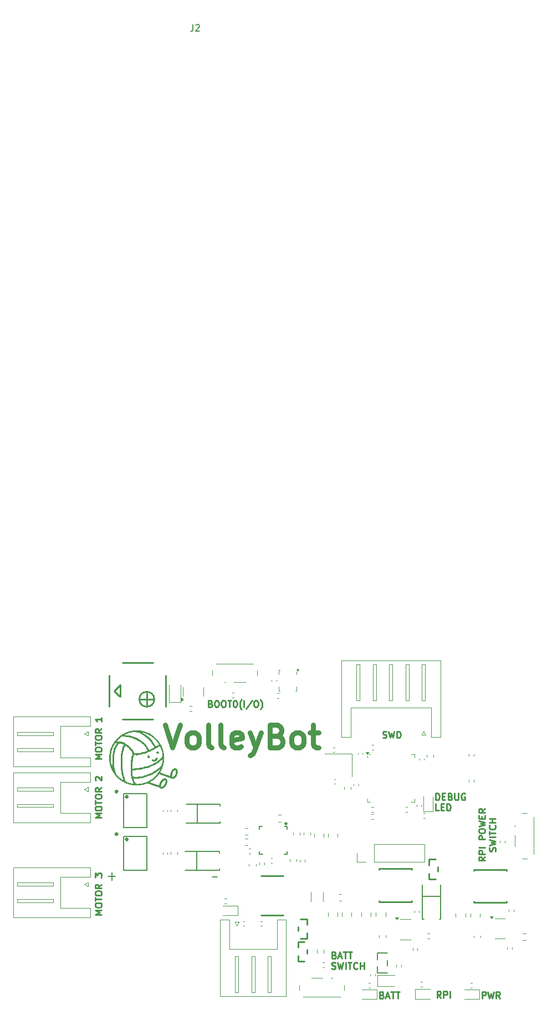
<source format=gbr>
%TF.GenerationSoftware,KiCad,Pcbnew,9.0.2*%
%TF.CreationDate,2025-12-01T07:49:58-05:00*%
%TF.ProjectId,VolleyBot,566f6c6c-6579-4426-9f74-2e6b69636164,rev?*%
%TF.SameCoordinates,Original*%
%TF.FileFunction,Legend,Top*%
%TF.FilePolarity,Positive*%
%FSLAX46Y46*%
G04 Gerber Fmt 4.6, Leading zero omitted, Abs format (unit mm)*
G04 Created by KiCad (PCBNEW 9.0.2) date 2025-12-01 07:49:58*
%MOMM*%
%LPD*%
G01*
G04 APERTURE LIST*
%ADD10C,0.250000*%
%ADD11C,0.750000*%
%ADD12C,0.150000*%
%ADD13C,0.120000*%
%ADD14C,0.000000*%
%ADD15C,0.300000*%
G04 APERTURE END LIST*
D10*
X122635901Y-109280865D02*
X122778758Y-109328484D01*
X122778758Y-109328484D02*
X122826377Y-109376103D01*
X122826377Y-109376103D02*
X122873996Y-109471341D01*
X122873996Y-109471341D02*
X122873996Y-109614198D01*
X122873996Y-109614198D02*
X122826377Y-109709436D01*
X122826377Y-109709436D02*
X122778758Y-109757056D01*
X122778758Y-109757056D02*
X122683520Y-109804675D01*
X122683520Y-109804675D02*
X122302568Y-109804675D01*
X122302568Y-109804675D02*
X122302568Y-108804675D01*
X122302568Y-108804675D02*
X122635901Y-108804675D01*
X122635901Y-108804675D02*
X122731139Y-108852294D01*
X122731139Y-108852294D02*
X122778758Y-108899913D01*
X122778758Y-108899913D02*
X122826377Y-108995151D01*
X122826377Y-108995151D02*
X122826377Y-109090389D01*
X122826377Y-109090389D02*
X122778758Y-109185627D01*
X122778758Y-109185627D02*
X122731139Y-109233246D01*
X122731139Y-109233246D02*
X122635901Y-109280865D01*
X122635901Y-109280865D02*
X122302568Y-109280865D01*
X123254949Y-109518960D02*
X123731139Y-109518960D01*
X123159711Y-109804675D02*
X123493044Y-108804675D01*
X123493044Y-108804675D02*
X123826377Y-109804675D01*
X124016854Y-108804675D02*
X124588282Y-108804675D01*
X124302568Y-109804675D02*
X124302568Y-108804675D01*
X124778759Y-108804675D02*
X125350187Y-108804675D01*
X125064473Y-109804675D02*
X125064473Y-108804675D01*
X122254949Y-111367000D02*
X122397806Y-111414619D01*
X122397806Y-111414619D02*
X122635901Y-111414619D01*
X122635901Y-111414619D02*
X122731139Y-111367000D01*
X122731139Y-111367000D02*
X122778758Y-111319380D01*
X122778758Y-111319380D02*
X122826377Y-111224142D01*
X122826377Y-111224142D02*
X122826377Y-111128904D01*
X122826377Y-111128904D02*
X122778758Y-111033666D01*
X122778758Y-111033666D02*
X122731139Y-110986047D01*
X122731139Y-110986047D02*
X122635901Y-110938428D01*
X122635901Y-110938428D02*
X122445425Y-110890809D01*
X122445425Y-110890809D02*
X122350187Y-110843190D01*
X122350187Y-110843190D02*
X122302568Y-110795571D01*
X122302568Y-110795571D02*
X122254949Y-110700333D01*
X122254949Y-110700333D02*
X122254949Y-110605095D01*
X122254949Y-110605095D02*
X122302568Y-110509857D01*
X122302568Y-110509857D02*
X122350187Y-110462238D01*
X122350187Y-110462238D02*
X122445425Y-110414619D01*
X122445425Y-110414619D02*
X122683520Y-110414619D01*
X122683520Y-110414619D02*
X122826377Y-110462238D01*
X123159711Y-110414619D02*
X123397806Y-111414619D01*
X123397806Y-111414619D02*
X123588282Y-110700333D01*
X123588282Y-110700333D02*
X123778758Y-111414619D01*
X123778758Y-111414619D02*
X124016854Y-110414619D01*
X124397806Y-111414619D02*
X124397806Y-110414619D01*
X124731139Y-110414619D02*
X125302567Y-110414619D01*
X125016853Y-111414619D02*
X125016853Y-110414619D01*
X126207329Y-111319380D02*
X126159710Y-111367000D01*
X126159710Y-111367000D02*
X126016853Y-111414619D01*
X126016853Y-111414619D02*
X125921615Y-111414619D01*
X125921615Y-111414619D02*
X125778758Y-111367000D01*
X125778758Y-111367000D02*
X125683520Y-111271761D01*
X125683520Y-111271761D02*
X125635901Y-111176523D01*
X125635901Y-111176523D02*
X125588282Y-110986047D01*
X125588282Y-110986047D02*
X125588282Y-110843190D01*
X125588282Y-110843190D02*
X125635901Y-110652714D01*
X125635901Y-110652714D02*
X125683520Y-110557476D01*
X125683520Y-110557476D02*
X125778758Y-110462238D01*
X125778758Y-110462238D02*
X125921615Y-110414619D01*
X125921615Y-110414619D02*
X126016853Y-110414619D01*
X126016853Y-110414619D02*
X126159710Y-110462238D01*
X126159710Y-110462238D02*
X126207329Y-110509857D01*
X126635901Y-111414619D02*
X126635901Y-110414619D01*
X126635901Y-110890809D02*
X127207329Y-110890809D01*
X127207329Y-111414619D02*
X127207329Y-110414619D01*
X145225068Y-115899619D02*
X145225068Y-114899619D01*
X145225068Y-114899619D02*
X145606020Y-114899619D01*
X145606020Y-114899619D02*
X145701258Y-114947238D01*
X145701258Y-114947238D02*
X145748877Y-114994857D01*
X145748877Y-114994857D02*
X145796496Y-115090095D01*
X145796496Y-115090095D02*
X145796496Y-115232952D01*
X145796496Y-115232952D02*
X145748877Y-115328190D01*
X145748877Y-115328190D02*
X145701258Y-115375809D01*
X145701258Y-115375809D02*
X145606020Y-115423428D01*
X145606020Y-115423428D02*
X145225068Y-115423428D01*
X146129830Y-114899619D02*
X146367925Y-115899619D01*
X146367925Y-115899619D02*
X146558401Y-115185333D01*
X146558401Y-115185333D02*
X146748877Y-115899619D01*
X146748877Y-115899619D02*
X146986973Y-114899619D01*
X147939353Y-115899619D02*
X147606020Y-115423428D01*
X147367925Y-115899619D02*
X147367925Y-114899619D01*
X147367925Y-114899619D02*
X147748877Y-114899619D01*
X147748877Y-114899619D02*
X147844115Y-114947238D01*
X147844115Y-114947238D02*
X147891734Y-114994857D01*
X147891734Y-114994857D02*
X147939353Y-115090095D01*
X147939353Y-115090095D02*
X147939353Y-115232952D01*
X147939353Y-115232952D02*
X147891734Y-115328190D01*
X147891734Y-115328190D02*
X147844115Y-115375809D01*
X147844115Y-115375809D02*
X147748877Y-115423428D01*
X147748877Y-115423428D02*
X147367925Y-115423428D01*
X138923996Y-115814619D02*
X138590663Y-115338428D01*
X138352568Y-115814619D02*
X138352568Y-114814619D01*
X138352568Y-114814619D02*
X138733520Y-114814619D01*
X138733520Y-114814619D02*
X138828758Y-114862238D01*
X138828758Y-114862238D02*
X138876377Y-114909857D01*
X138876377Y-114909857D02*
X138923996Y-115005095D01*
X138923996Y-115005095D02*
X138923996Y-115147952D01*
X138923996Y-115147952D02*
X138876377Y-115243190D01*
X138876377Y-115243190D02*
X138828758Y-115290809D01*
X138828758Y-115290809D02*
X138733520Y-115338428D01*
X138733520Y-115338428D02*
X138352568Y-115338428D01*
X139352568Y-115814619D02*
X139352568Y-114814619D01*
X139352568Y-114814619D02*
X139733520Y-114814619D01*
X139733520Y-114814619D02*
X139828758Y-114862238D01*
X139828758Y-114862238D02*
X139876377Y-114909857D01*
X139876377Y-114909857D02*
X139923996Y-115005095D01*
X139923996Y-115005095D02*
X139923996Y-115147952D01*
X139923996Y-115147952D02*
X139876377Y-115243190D01*
X139876377Y-115243190D02*
X139828758Y-115290809D01*
X139828758Y-115290809D02*
X139733520Y-115338428D01*
X139733520Y-115338428D02*
X139352568Y-115338428D01*
X140352568Y-115814619D02*
X140352568Y-114814619D01*
X129933401Y-115375809D02*
X130076258Y-115423428D01*
X130076258Y-115423428D02*
X130123877Y-115471047D01*
X130123877Y-115471047D02*
X130171496Y-115566285D01*
X130171496Y-115566285D02*
X130171496Y-115709142D01*
X130171496Y-115709142D02*
X130123877Y-115804380D01*
X130123877Y-115804380D02*
X130076258Y-115852000D01*
X130076258Y-115852000D02*
X129981020Y-115899619D01*
X129981020Y-115899619D02*
X129600068Y-115899619D01*
X129600068Y-115899619D02*
X129600068Y-114899619D01*
X129600068Y-114899619D02*
X129933401Y-114899619D01*
X129933401Y-114899619D02*
X130028639Y-114947238D01*
X130028639Y-114947238D02*
X130076258Y-114994857D01*
X130076258Y-114994857D02*
X130123877Y-115090095D01*
X130123877Y-115090095D02*
X130123877Y-115185333D01*
X130123877Y-115185333D02*
X130076258Y-115280571D01*
X130076258Y-115280571D02*
X130028639Y-115328190D01*
X130028639Y-115328190D02*
X129933401Y-115375809D01*
X129933401Y-115375809D02*
X129600068Y-115375809D01*
X130552449Y-115613904D02*
X131028639Y-115613904D01*
X130457211Y-115899619D02*
X130790544Y-114899619D01*
X130790544Y-114899619D02*
X131123877Y-115899619D01*
X131314354Y-114899619D02*
X131885782Y-114899619D01*
X131600068Y-115899619D02*
X131600068Y-114899619D01*
X132076259Y-114899619D02*
X132647687Y-114899619D01*
X132361973Y-115899619D02*
X132361973Y-114899619D01*
X145704675Y-94307142D02*
X145228484Y-94640475D01*
X145704675Y-94878570D02*
X144704675Y-94878570D01*
X144704675Y-94878570D02*
X144704675Y-94497618D01*
X144704675Y-94497618D02*
X144752294Y-94402380D01*
X144752294Y-94402380D02*
X144799913Y-94354761D01*
X144799913Y-94354761D02*
X144895151Y-94307142D01*
X144895151Y-94307142D02*
X145038008Y-94307142D01*
X145038008Y-94307142D02*
X145133246Y-94354761D01*
X145133246Y-94354761D02*
X145180865Y-94402380D01*
X145180865Y-94402380D02*
X145228484Y-94497618D01*
X145228484Y-94497618D02*
X145228484Y-94878570D01*
X145704675Y-93878570D02*
X144704675Y-93878570D01*
X144704675Y-93878570D02*
X144704675Y-93497618D01*
X144704675Y-93497618D02*
X144752294Y-93402380D01*
X144752294Y-93402380D02*
X144799913Y-93354761D01*
X144799913Y-93354761D02*
X144895151Y-93307142D01*
X144895151Y-93307142D02*
X145038008Y-93307142D01*
X145038008Y-93307142D02*
X145133246Y-93354761D01*
X145133246Y-93354761D02*
X145180865Y-93402380D01*
X145180865Y-93402380D02*
X145228484Y-93497618D01*
X145228484Y-93497618D02*
X145228484Y-93878570D01*
X145704675Y-92878570D02*
X144704675Y-92878570D01*
X145704675Y-91640475D02*
X144704675Y-91640475D01*
X144704675Y-91640475D02*
X144704675Y-91259523D01*
X144704675Y-91259523D02*
X144752294Y-91164285D01*
X144752294Y-91164285D02*
X144799913Y-91116666D01*
X144799913Y-91116666D02*
X144895151Y-91069047D01*
X144895151Y-91069047D02*
X145038008Y-91069047D01*
X145038008Y-91069047D02*
X145133246Y-91116666D01*
X145133246Y-91116666D02*
X145180865Y-91164285D01*
X145180865Y-91164285D02*
X145228484Y-91259523D01*
X145228484Y-91259523D02*
X145228484Y-91640475D01*
X144704675Y-90449999D02*
X144704675Y-90259523D01*
X144704675Y-90259523D02*
X144752294Y-90164285D01*
X144752294Y-90164285D02*
X144847532Y-90069047D01*
X144847532Y-90069047D02*
X145038008Y-90021428D01*
X145038008Y-90021428D02*
X145371341Y-90021428D01*
X145371341Y-90021428D02*
X145561817Y-90069047D01*
X145561817Y-90069047D02*
X145657056Y-90164285D01*
X145657056Y-90164285D02*
X145704675Y-90259523D01*
X145704675Y-90259523D02*
X145704675Y-90449999D01*
X145704675Y-90449999D02*
X145657056Y-90545237D01*
X145657056Y-90545237D02*
X145561817Y-90640475D01*
X145561817Y-90640475D02*
X145371341Y-90688094D01*
X145371341Y-90688094D02*
X145038008Y-90688094D01*
X145038008Y-90688094D02*
X144847532Y-90640475D01*
X144847532Y-90640475D02*
X144752294Y-90545237D01*
X144752294Y-90545237D02*
X144704675Y-90449999D01*
X144704675Y-89688094D02*
X145704675Y-89449999D01*
X145704675Y-89449999D02*
X144990389Y-89259523D01*
X144990389Y-89259523D02*
X145704675Y-89069047D01*
X145704675Y-89069047D02*
X144704675Y-88830952D01*
X145180865Y-88449999D02*
X145180865Y-88116666D01*
X145704675Y-87973809D02*
X145704675Y-88449999D01*
X145704675Y-88449999D02*
X144704675Y-88449999D01*
X144704675Y-88449999D02*
X144704675Y-87973809D01*
X145704675Y-86973809D02*
X145228484Y-87307142D01*
X145704675Y-87545237D02*
X144704675Y-87545237D01*
X144704675Y-87545237D02*
X144704675Y-87164285D01*
X144704675Y-87164285D02*
X144752294Y-87069047D01*
X144752294Y-87069047D02*
X144799913Y-87021428D01*
X144799913Y-87021428D02*
X144895151Y-86973809D01*
X144895151Y-86973809D02*
X145038008Y-86973809D01*
X145038008Y-86973809D02*
X145133246Y-87021428D01*
X145133246Y-87021428D02*
X145180865Y-87069047D01*
X145180865Y-87069047D02*
X145228484Y-87164285D01*
X145228484Y-87164285D02*
X145228484Y-87545237D01*
X147267000Y-93449999D02*
X147314619Y-93307142D01*
X147314619Y-93307142D02*
X147314619Y-93069047D01*
X147314619Y-93069047D02*
X147267000Y-92973809D01*
X147267000Y-92973809D02*
X147219380Y-92926190D01*
X147219380Y-92926190D02*
X147124142Y-92878571D01*
X147124142Y-92878571D02*
X147028904Y-92878571D01*
X147028904Y-92878571D02*
X146933666Y-92926190D01*
X146933666Y-92926190D02*
X146886047Y-92973809D01*
X146886047Y-92973809D02*
X146838428Y-93069047D01*
X146838428Y-93069047D02*
X146790809Y-93259523D01*
X146790809Y-93259523D02*
X146743190Y-93354761D01*
X146743190Y-93354761D02*
X146695571Y-93402380D01*
X146695571Y-93402380D02*
X146600333Y-93449999D01*
X146600333Y-93449999D02*
X146505095Y-93449999D01*
X146505095Y-93449999D02*
X146409857Y-93402380D01*
X146409857Y-93402380D02*
X146362238Y-93354761D01*
X146362238Y-93354761D02*
X146314619Y-93259523D01*
X146314619Y-93259523D02*
X146314619Y-93021428D01*
X146314619Y-93021428D02*
X146362238Y-92878571D01*
X146314619Y-92545237D02*
X147314619Y-92307142D01*
X147314619Y-92307142D02*
X146600333Y-92116666D01*
X146600333Y-92116666D02*
X147314619Y-91926190D01*
X147314619Y-91926190D02*
X146314619Y-91688095D01*
X147314619Y-91307142D02*
X146314619Y-91307142D01*
X146314619Y-90973809D02*
X146314619Y-90402381D01*
X147314619Y-90688095D02*
X146314619Y-90688095D01*
X147219380Y-89497619D02*
X147267000Y-89545238D01*
X147267000Y-89545238D02*
X147314619Y-89688095D01*
X147314619Y-89688095D02*
X147314619Y-89783333D01*
X147314619Y-89783333D02*
X147267000Y-89926190D01*
X147267000Y-89926190D02*
X147171761Y-90021428D01*
X147171761Y-90021428D02*
X147076523Y-90069047D01*
X147076523Y-90069047D02*
X146886047Y-90116666D01*
X146886047Y-90116666D02*
X146743190Y-90116666D01*
X146743190Y-90116666D02*
X146552714Y-90069047D01*
X146552714Y-90069047D02*
X146457476Y-90021428D01*
X146457476Y-90021428D02*
X146362238Y-89926190D01*
X146362238Y-89926190D02*
X146314619Y-89783333D01*
X146314619Y-89783333D02*
X146314619Y-89688095D01*
X146314619Y-89688095D02*
X146362238Y-89545238D01*
X146362238Y-89545238D02*
X146409857Y-89497619D01*
X147314619Y-89069047D02*
X146314619Y-89069047D01*
X146790809Y-89069047D02*
X146790809Y-88497619D01*
X147314619Y-88497619D02*
X146314619Y-88497619D01*
X138137568Y-85627175D02*
X138137568Y-84627175D01*
X138137568Y-84627175D02*
X138375663Y-84627175D01*
X138375663Y-84627175D02*
X138518520Y-84674794D01*
X138518520Y-84674794D02*
X138613758Y-84770032D01*
X138613758Y-84770032D02*
X138661377Y-84865270D01*
X138661377Y-84865270D02*
X138708996Y-85055746D01*
X138708996Y-85055746D02*
X138708996Y-85198603D01*
X138708996Y-85198603D02*
X138661377Y-85389079D01*
X138661377Y-85389079D02*
X138613758Y-85484317D01*
X138613758Y-85484317D02*
X138518520Y-85579556D01*
X138518520Y-85579556D02*
X138375663Y-85627175D01*
X138375663Y-85627175D02*
X138137568Y-85627175D01*
X139137568Y-85103365D02*
X139470901Y-85103365D01*
X139613758Y-85627175D02*
X139137568Y-85627175D01*
X139137568Y-85627175D02*
X139137568Y-84627175D01*
X139137568Y-84627175D02*
X139613758Y-84627175D01*
X140375663Y-85103365D02*
X140518520Y-85150984D01*
X140518520Y-85150984D02*
X140566139Y-85198603D01*
X140566139Y-85198603D02*
X140613758Y-85293841D01*
X140613758Y-85293841D02*
X140613758Y-85436698D01*
X140613758Y-85436698D02*
X140566139Y-85531936D01*
X140566139Y-85531936D02*
X140518520Y-85579556D01*
X140518520Y-85579556D02*
X140423282Y-85627175D01*
X140423282Y-85627175D02*
X140042330Y-85627175D01*
X140042330Y-85627175D02*
X140042330Y-84627175D01*
X140042330Y-84627175D02*
X140375663Y-84627175D01*
X140375663Y-84627175D02*
X140470901Y-84674794D01*
X140470901Y-84674794D02*
X140518520Y-84722413D01*
X140518520Y-84722413D02*
X140566139Y-84817651D01*
X140566139Y-84817651D02*
X140566139Y-84912889D01*
X140566139Y-84912889D02*
X140518520Y-85008127D01*
X140518520Y-85008127D02*
X140470901Y-85055746D01*
X140470901Y-85055746D02*
X140375663Y-85103365D01*
X140375663Y-85103365D02*
X140042330Y-85103365D01*
X141042330Y-84627175D02*
X141042330Y-85436698D01*
X141042330Y-85436698D02*
X141089949Y-85531936D01*
X141089949Y-85531936D02*
X141137568Y-85579556D01*
X141137568Y-85579556D02*
X141232806Y-85627175D01*
X141232806Y-85627175D02*
X141423282Y-85627175D01*
X141423282Y-85627175D02*
X141518520Y-85579556D01*
X141518520Y-85579556D02*
X141566139Y-85531936D01*
X141566139Y-85531936D02*
X141613758Y-85436698D01*
X141613758Y-85436698D02*
X141613758Y-84627175D01*
X142613758Y-84674794D02*
X142518520Y-84627175D01*
X142518520Y-84627175D02*
X142375663Y-84627175D01*
X142375663Y-84627175D02*
X142232806Y-84674794D01*
X142232806Y-84674794D02*
X142137568Y-84770032D01*
X142137568Y-84770032D02*
X142089949Y-84865270D01*
X142089949Y-84865270D02*
X142042330Y-85055746D01*
X142042330Y-85055746D02*
X142042330Y-85198603D01*
X142042330Y-85198603D02*
X142089949Y-85389079D01*
X142089949Y-85389079D02*
X142137568Y-85484317D01*
X142137568Y-85484317D02*
X142232806Y-85579556D01*
X142232806Y-85579556D02*
X142375663Y-85627175D01*
X142375663Y-85627175D02*
X142470901Y-85627175D01*
X142470901Y-85627175D02*
X142613758Y-85579556D01*
X142613758Y-85579556D02*
X142661377Y-85531936D01*
X142661377Y-85531936D02*
X142661377Y-85198603D01*
X142661377Y-85198603D02*
X142470901Y-85198603D01*
X138613758Y-87237119D02*
X138137568Y-87237119D01*
X138137568Y-87237119D02*
X138137568Y-86237119D01*
X138947092Y-86713309D02*
X139280425Y-86713309D01*
X139423282Y-87237119D02*
X138947092Y-87237119D01*
X138947092Y-87237119D02*
X138947092Y-86237119D01*
X138947092Y-86237119D02*
X139423282Y-86237119D01*
X139851854Y-87237119D02*
X139851854Y-86237119D01*
X139851854Y-86237119D02*
X140089949Y-86237119D01*
X140089949Y-86237119D02*
X140232806Y-86284738D01*
X140232806Y-86284738D02*
X140328044Y-86379976D01*
X140328044Y-86379976D02*
X140375663Y-86475214D01*
X140375663Y-86475214D02*
X140423282Y-86665690D01*
X140423282Y-86665690D02*
X140423282Y-86808547D01*
X140423282Y-86808547D02*
X140375663Y-86999023D01*
X140375663Y-86999023D02*
X140328044Y-87094261D01*
X140328044Y-87094261D02*
X140232806Y-87189500D01*
X140232806Y-87189500D02*
X140089949Y-87237119D01*
X140089949Y-87237119D02*
X139851854Y-87237119D01*
X130054949Y-76117000D02*
X130197806Y-76164619D01*
X130197806Y-76164619D02*
X130435901Y-76164619D01*
X130435901Y-76164619D02*
X130531139Y-76117000D01*
X130531139Y-76117000D02*
X130578758Y-76069380D01*
X130578758Y-76069380D02*
X130626377Y-75974142D01*
X130626377Y-75974142D02*
X130626377Y-75878904D01*
X130626377Y-75878904D02*
X130578758Y-75783666D01*
X130578758Y-75783666D02*
X130531139Y-75736047D01*
X130531139Y-75736047D02*
X130435901Y-75688428D01*
X130435901Y-75688428D02*
X130245425Y-75640809D01*
X130245425Y-75640809D02*
X130150187Y-75593190D01*
X130150187Y-75593190D02*
X130102568Y-75545571D01*
X130102568Y-75545571D02*
X130054949Y-75450333D01*
X130054949Y-75450333D02*
X130054949Y-75355095D01*
X130054949Y-75355095D02*
X130102568Y-75259857D01*
X130102568Y-75259857D02*
X130150187Y-75212238D01*
X130150187Y-75212238D02*
X130245425Y-75164619D01*
X130245425Y-75164619D02*
X130483520Y-75164619D01*
X130483520Y-75164619D02*
X130626377Y-75212238D01*
X130959711Y-75164619D02*
X131197806Y-76164619D01*
X131197806Y-76164619D02*
X131388282Y-75450333D01*
X131388282Y-75450333D02*
X131578758Y-76164619D01*
X131578758Y-76164619D02*
X131816854Y-75164619D01*
X132197806Y-76164619D02*
X132197806Y-75164619D01*
X132197806Y-75164619D02*
X132435901Y-75164619D01*
X132435901Y-75164619D02*
X132578758Y-75212238D01*
X132578758Y-75212238D02*
X132673996Y-75307476D01*
X132673996Y-75307476D02*
X132721615Y-75402714D01*
X132721615Y-75402714D02*
X132769234Y-75593190D01*
X132769234Y-75593190D02*
X132769234Y-75736047D01*
X132769234Y-75736047D02*
X132721615Y-75926523D01*
X132721615Y-75926523D02*
X132673996Y-76021761D01*
X132673996Y-76021761D02*
X132578758Y-76117000D01*
X132578758Y-76117000D02*
X132435901Y-76164619D01*
X132435901Y-76164619D02*
X132197806Y-76164619D01*
X103735901Y-70940809D02*
X103878758Y-70988428D01*
X103878758Y-70988428D02*
X103926377Y-71036047D01*
X103926377Y-71036047D02*
X103973996Y-71131285D01*
X103973996Y-71131285D02*
X103973996Y-71274142D01*
X103973996Y-71274142D02*
X103926377Y-71369380D01*
X103926377Y-71369380D02*
X103878758Y-71417000D01*
X103878758Y-71417000D02*
X103783520Y-71464619D01*
X103783520Y-71464619D02*
X103402568Y-71464619D01*
X103402568Y-71464619D02*
X103402568Y-70464619D01*
X103402568Y-70464619D02*
X103735901Y-70464619D01*
X103735901Y-70464619D02*
X103831139Y-70512238D01*
X103831139Y-70512238D02*
X103878758Y-70559857D01*
X103878758Y-70559857D02*
X103926377Y-70655095D01*
X103926377Y-70655095D02*
X103926377Y-70750333D01*
X103926377Y-70750333D02*
X103878758Y-70845571D01*
X103878758Y-70845571D02*
X103831139Y-70893190D01*
X103831139Y-70893190D02*
X103735901Y-70940809D01*
X103735901Y-70940809D02*
X103402568Y-70940809D01*
X104593044Y-70464619D02*
X104783520Y-70464619D01*
X104783520Y-70464619D02*
X104878758Y-70512238D01*
X104878758Y-70512238D02*
X104973996Y-70607476D01*
X104973996Y-70607476D02*
X105021615Y-70797952D01*
X105021615Y-70797952D02*
X105021615Y-71131285D01*
X105021615Y-71131285D02*
X104973996Y-71321761D01*
X104973996Y-71321761D02*
X104878758Y-71417000D01*
X104878758Y-71417000D02*
X104783520Y-71464619D01*
X104783520Y-71464619D02*
X104593044Y-71464619D01*
X104593044Y-71464619D02*
X104497806Y-71417000D01*
X104497806Y-71417000D02*
X104402568Y-71321761D01*
X104402568Y-71321761D02*
X104354949Y-71131285D01*
X104354949Y-71131285D02*
X104354949Y-70797952D01*
X104354949Y-70797952D02*
X104402568Y-70607476D01*
X104402568Y-70607476D02*
X104497806Y-70512238D01*
X104497806Y-70512238D02*
X104593044Y-70464619D01*
X105640663Y-70464619D02*
X105831139Y-70464619D01*
X105831139Y-70464619D02*
X105926377Y-70512238D01*
X105926377Y-70512238D02*
X106021615Y-70607476D01*
X106021615Y-70607476D02*
X106069234Y-70797952D01*
X106069234Y-70797952D02*
X106069234Y-71131285D01*
X106069234Y-71131285D02*
X106021615Y-71321761D01*
X106021615Y-71321761D02*
X105926377Y-71417000D01*
X105926377Y-71417000D02*
X105831139Y-71464619D01*
X105831139Y-71464619D02*
X105640663Y-71464619D01*
X105640663Y-71464619D02*
X105545425Y-71417000D01*
X105545425Y-71417000D02*
X105450187Y-71321761D01*
X105450187Y-71321761D02*
X105402568Y-71131285D01*
X105402568Y-71131285D02*
X105402568Y-70797952D01*
X105402568Y-70797952D02*
X105450187Y-70607476D01*
X105450187Y-70607476D02*
X105545425Y-70512238D01*
X105545425Y-70512238D02*
X105640663Y-70464619D01*
X106354949Y-70464619D02*
X106926377Y-70464619D01*
X106640663Y-71464619D02*
X106640663Y-70464619D01*
X107450187Y-70464619D02*
X107545425Y-70464619D01*
X107545425Y-70464619D02*
X107640663Y-70512238D01*
X107640663Y-70512238D02*
X107688282Y-70559857D01*
X107688282Y-70559857D02*
X107735901Y-70655095D01*
X107735901Y-70655095D02*
X107783520Y-70845571D01*
X107783520Y-70845571D02*
X107783520Y-71083666D01*
X107783520Y-71083666D02*
X107735901Y-71274142D01*
X107735901Y-71274142D02*
X107688282Y-71369380D01*
X107688282Y-71369380D02*
X107640663Y-71417000D01*
X107640663Y-71417000D02*
X107545425Y-71464619D01*
X107545425Y-71464619D02*
X107450187Y-71464619D01*
X107450187Y-71464619D02*
X107354949Y-71417000D01*
X107354949Y-71417000D02*
X107307330Y-71369380D01*
X107307330Y-71369380D02*
X107259711Y-71274142D01*
X107259711Y-71274142D02*
X107212092Y-71083666D01*
X107212092Y-71083666D02*
X107212092Y-70845571D01*
X107212092Y-70845571D02*
X107259711Y-70655095D01*
X107259711Y-70655095D02*
X107307330Y-70559857D01*
X107307330Y-70559857D02*
X107354949Y-70512238D01*
X107354949Y-70512238D02*
X107450187Y-70464619D01*
X108497806Y-71845571D02*
X108450187Y-71797952D01*
X108450187Y-71797952D02*
X108354949Y-71655095D01*
X108354949Y-71655095D02*
X108307330Y-71559857D01*
X108307330Y-71559857D02*
X108259711Y-71417000D01*
X108259711Y-71417000D02*
X108212092Y-71178904D01*
X108212092Y-71178904D02*
X108212092Y-70988428D01*
X108212092Y-70988428D02*
X108259711Y-70750333D01*
X108259711Y-70750333D02*
X108307330Y-70607476D01*
X108307330Y-70607476D02*
X108354949Y-70512238D01*
X108354949Y-70512238D02*
X108450187Y-70369380D01*
X108450187Y-70369380D02*
X108497806Y-70321761D01*
X108878759Y-71464619D02*
X108878759Y-70464619D01*
X110069234Y-70417000D02*
X109212092Y-71702714D01*
X110593044Y-70464619D02*
X110783520Y-70464619D01*
X110783520Y-70464619D02*
X110878758Y-70512238D01*
X110878758Y-70512238D02*
X110973996Y-70607476D01*
X110973996Y-70607476D02*
X111021615Y-70797952D01*
X111021615Y-70797952D02*
X111021615Y-71131285D01*
X111021615Y-71131285D02*
X110973996Y-71321761D01*
X110973996Y-71321761D02*
X110878758Y-71417000D01*
X110878758Y-71417000D02*
X110783520Y-71464619D01*
X110783520Y-71464619D02*
X110593044Y-71464619D01*
X110593044Y-71464619D02*
X110497806Y-71417000D01*
X110497806Y-71417000D02*
X110402568Y-71321761D01*
X110402568Y-71321761D02*
X110354949Y-71131285D01*
X110354949Y-71131285D02*
X110354949Y-70797952D01*
X110354949Y-70797952D02*
X110402568Y-70607476D01*
X110402568Y-70607476D02*
X110497806Y-70512238D01*
X110497806Y-70512238D02*
X110593044Y-70464619D01*
X111354949Y-71845571D02*
X111402568Y-71797952D01*
X111402568Y-71797952D02*
X111497806Y-71655095D01*
X111497806Y-71655095D02*
X111545425Y-71559857D01*
X111545425Y-71559857D02*
X111593044Y-71417000D01*
X111593044Y-71417000D02*
X111640663Y-71178904D01*
X111640663Y-71178904D02*
X111640663Y-70988428D01*
X111640663Y-70988428D02*
X111593044Y-70750333D01*
X111593044Y-70750333D02*
X111545425Y-70607476D01*
X111545425Y-70607476D02*
X111497806Y-70512238D01*
X111497806Y-70512238D02*
X111402568Y-70369380D01*
X111402568Y-70369380D02*
X111354949Y-70321761D01*
X87114619Y-103097431D02*
X86114619Y-103097431D01*
X86114619Y-103097431D02*
X86828904Y-102764098D01*
X86828904Y-102764098D02*
X86114619Y-102430765D01*
X86114619Y-102430765D02*
X87114619Y-102430765D01*
X86114619Y-101764098D02*
X86114619Y-101573622D01*
X86114619Y-101573622D02*
X86162238Y-101478384D01*
X86162238Y-101478384D02*
X86257476Y-101383146D01*
X86257476Y-101383146D02*
X86447952Y-101335527D01*
X86447952Y-101335527D02*
X86781285Y-101335527D01*
X86781285Y-101335527D02*
X86971761Y-101383146D01*
X86971761Y-101383146D02*
X87067000Y-101478384D01*
X87067000Y-101478384D02*
X87114619Y-101573622D01*
X87114619Y-101573622D02*
X87114619Y-101764098D01*
X87114619Y-101764098D02*
X87067000Y-101859336D01*
X87067000Y-101859336D02*
X86971761Y-101954574D01*
X86971761Y-101954574D02*
X86781285Y-102002193D01*
X86781285Y-102002193D02*
X86447952Y-102002193D01*
X86447952Y-102002193D02*
X86257476Y-101954574D01*
X86257476Y-101954574D02*
X86162238Y-101859336D01*
X86162238Y-101859336D02*
X86114619Y-101764098D01*
X86114619Y-101049812D02*
X86114619Y-100478384D01*
X87114619Y-100764098D02*
X86114619Y-100764098D01*
X86114619Y-99954574D02*
X86114619Y-99764098D01*
X86114619Y-99764098D02*
X86162238Y-99668860D01*
X86162238Y-99668860D02*
X86257476Y-99573622D01*
X86257476Y-99573622D02*
X86447952Y-99526003D01*
X86447952Y-99526003D02*
X86781285Y-99526003D01*
X86781285Y-99526003D02*
X86971761Y-99573622D01*
X86971761Y-99573622D02*
X87067000Y-99668860D01*
X87067000Y-99668860D02*
X87114619Y-99764098D01*
X87114619Y-99764098D02*
X87114619Y-99954574D01*
X87114619Y-99954574D02*
X87067000Y-100049812D01*
X87067000Y-100049812D02*
X86971761Y-100145050D01*
X86971761Y-100145050D02*
X86781285Y-100192669D01*
X86781285Y-100192669D02*
X86447952Y-100192669D01*
X86447952Y-100192669D02*
X86257476Y-100145050D01*
X86257476Y-100145050D02*
X86162238Y-100049812D01*
X86162238Y-100049812D02*
X86114619Y-99954574D01*
X87114619Y-98526003D02*
X86638428Y-98859336D01*
X87114619Y-99097431D02*
X86114619Y-99097431D01*
X86114619Y-99097431D02*
X86114619Y-98716479D01*
X86114619Y-98716479D02*
X86162238Y-98621241D01*
X86162238Y-98621241D02*
X86209857Y-98573622D01*
X86209857Y-98573622D02*
X86305095Y-98526003D01*
X86305095Y-98526003D02*
X86447952Y-98526003D01*
X86447952Y-98526003D02*
X86543190Y-98573622D01*
X86543190Y-98573622D02*
X86590809Y-98621241D01*
X86590809Y-98621241D02*
X86638428Y-98716479D01*
X86638428Y-98716479D02*
X86638428Y-99097431D01*
X86114619Y-97430764D02*
X86114619Y-96811717D01*
X86114619Y-96811717D02*
X86495571Y-97145050D01*
X86495571Y-97145050D02*
X86495571Y-97002193D01*
X86495571Y-97002193D02*
X86543190Y-96906955D01*
X86543190Y-96906955D02*
X86590809Y-96859336D01*
X86590809Y-96859336D02*
X86686047Y-96811717D01*
X86686047Y-96811717D02*
X86924142Y-96811717D01*
X86924142Y-96811717D02*
X87019380Y-96859336D01*
X87019380Y-96859336D02*
X87067000Y-96906955D01*
X87067000Y-96906955D02*
X87114619Y-97002193D01*
X87114619Y-97002193D02*
X87114619Y-97287907D01*
X87114619Y-97287907D02*
X87067000Y-97383145D01*
X87067000Y-97383145D02*
X87019380Y-97430764D01*
D11*
X96776754Y-74182667D02*
X97943421Y-77682667D01*
X97943421Y-77682667D02*
X99110087Y-74182667D01*
X100776754Y-77682667D02*
X100443421Y-77516001D01*
X100443421Y-77516001D02*
X100276754Y-77349334D01*
X100276754Y-77349334D02*
X100110087Y-77016001D01*
X100110087Y-77016001D02*
X100110087Y-76016001D01*
X100110087Y-76016001D02*
X100276754Y-75682667D01*
X100276754Y-75682667D02*
X100443421Y-75516001D01*
X100443421Y-75516001D02*
X100776754Y-75349334D01*
X100776754Y-75349334D02*
X101276754Y-75349334D01*
X101276754Y-75349334D02*
X101610087Y-75516001D01*
X101610087Y-75516001D02*
X101776754Y-75682667D01*
X101776754Y-75682667D02*
X101943421Y-76016001D01*
X101943421Y-76016001D02*
X101943421Y-77016001D01*
X101943421Y-77016001D02*
X101776754Y-77349334D01*
X101776754Y-77349334D02*
X101610087Y-77516001D01*
X101610087Y-77516001D02*
X101276754Y-77682667D01*
X101276754Y-77682667D02*
X100776754Y-77682667D01*
X103943421Y-77682667D02*
X103610088Y-77516001D01*
X103610088Y-77516001D02*
X103443421Y-77182667D01*
X103443421Y-77182667D02*
X103443421Y-74182667D01*
X105776754Y-77682667D02*
X105443421Y-77516001D01*
X105443421Y-77516001D02*
X105276754Y-77182667D01*
X105276754Y-77182667D02*
X105276754Y-74182667D01*
X108443420Y-77516001D02*
X108110087Y-77682667D01*
X108110087Y-77682667D02*
X107443420Y-77682667D01*
X107443420Y-77682667D02*
X107110087Y-77516001D01*
X107110087Y-77516001D02*
X106943420Y-77182667D01*
X106943420Y-77182667D02*
X106943420Y-75849334D01*
X106943420Y-75849334D02*
X107110087Y-75516001D01*
X107110087Y-75516001D02*
X107443420Y-75349334D01*
X107443420Y-75349334D02*
X108110087Y-75349334D01*
X108110087Y-75349334D02*
X108443420Y-75516001D01*
X108443420Y-75516001D02*
X108610087Y-75849334D01*
X108610087Y-75849334D02*
X108610087Y-76182667D01*
X108610087Y-76182667D02*
X106943420Y-76516001D01*
X109776754Y-75349334D02*
X110610087Y-77682667D01*
X111443420Y-75349334D02*
X110610087Y-77682667D01*
X110610087Y-77682667D02*
X110276754Y-78516001D01*
X110276754Y-78516001D02*
X110110087Y-78682667D01*
X110110087Y-78682667D02*
X109776754Y-78849334D01*
X113943421Y-75849334D02*
X114443421Y-76016001D01*
X114443421Y-76016001D02*
X114610087Y-76182667D01*
X114610087Y-76182667D02*
X114776754Y-76516001D01*
X114776754Y-76516001D02*
X114776754Y-77016001D01*
X114776754Y-77016001D02*
X114610087Y-77349334D01*
X114610087Y-77349334D02*
X114443421Y-77516001D01*
X114443421Y-77516001D02*
X114110087Y-77682667D01*
X114110087Y-77682667D02*
X112776754Y-77682667D01*
X112776754Y-77682667D02*
X112776754Y-74182667D01*
X112776754Y-74182667D02*
X113943421Y-74182667D01*
X113943421Y-74182667D02*
X114276754Y-74349334D01*
X114276754Y-74349334D02*
X114443421Y-74516001D01*
X114443421Y-74516001D02*
X114610087Y-74849334D01*
X114610087Y-74849334D02*
X114610087Y-75182667D01*
X114610087Y-75182667D02*
X114443421Y-75516001D01*
X114443421Y-75516001D02*
X114276754Y-75682667D01*
X114276754Y-75682667D02*
X113943421Y-75849334D01*
X113943421Y-75849334D02*
X112776754Y-75849334D01*
X116776754Y-77682667D02*
X116443421Y-77516001D01*
X116443421Y-77516001D02*
X116276754Y-77349334D01*
X116276754Y-77349334D02*
X116110087Y-77016001D01*
X116110087Y-77016001D02*
X116110087Y-76016001D01*
X116110087Y-76016001D02*
X116276754Y-75682667D01*
X116276754Y-75682667D02*
X116443421Y-75516001D01*
X116443421Y-75516001D02*
X116776754Y-75349334D01*
X116776754Y-75349334D02*
X117276754Y-75349334D01*
X117276754Y-75349334D02*
X117610087Y-75516001D01*
X117610087Y-75516001D02*
X117776754Y-75682667D01*
X117776754Y-75682667D02*
X117943421Y-76016001D01*
X117943421Y-76016001D02*
X117943421Y-77016001D01*
X117943421Y-77016001D02*
X117776754Y-77349334D01*
X117776754Y-77349334D02*
X117610087Y-77516001D01*
X117610087Y-77516001D02*
X117276754Y-77682667D01*
X117276754Y-77682667D02*
X116776754Y-77682667D01*
X118943421Y-75349334D02*
X120276754Y-75349334D01*
X119443421Y-74182667D02*
X119443421Y-77182667D01*
X119443421Y-77182667D02*
X119610088Y-77516001D01*
X119610088Y-77516001D02*
X119943421Y-77682667D01*
X119943421Y-77682667D02*
X120276754Y-77682667D01*
D10*
X87114619Y-79347431D02*
X86114619Y-79347431D01*
X86114619Y-79347431D02*
X86828904Y-79014098D01*
X86828904Y-79014098D02*
X86114619Y-78680765D01*
X86114619Y-78680765D02*
X87114619Y-78680765D01*
X86114619Y-78014098D02*
X86114619Y-77823622D01*
X86114619Y-77823622D02*
X86162238Y-77728384D01*
X86162238Y-77728384D02*
X86257476Y-77633146D01*
X86257476Y-77633146D02*
X86447952Y-77585527D01*
X86447952Y-77585527D02*
X86781285Y-77585527D01*
X86781285Y-77585527D02*
X86971761Y-77633146D01*
X86971761Y-77633146D02*
X87067000Y-77728384D01*
X87067000Y-77728384D02*
X87114619Y-77823622D01*
X87114619Y-77823622D02*
X87114619Y-78014098D01*
X87114619Y-78014098D02*
X87067000Y-78109336D01*
X87067000Y-78109336D02*
X86971761Y-78204574D01*
X86971761Y-78204574D02*
X86781285Y-78252193D01*
X86781285Y-78252193D02*
X86447952Y-78252193D01*
X86447952Y-78252193D02*
X86257476Y-78204574D01*
X86257476Y-78204574D02*
X86162238Y-78109336D01*
X86162238Y-78109336D02*
X86114619Y-78014098D01*
X86114619Y-77299812D02*
X86114619Y-76728384D01*
X87114619Y-77014098D02*
X86114619Y-77014098D01*
X86114619Y-76204574D02*
X86114619Y-76014098D01*
X86114619Y-76014098D02*
X86162238Y-75918860D01*
X86162238Y-75918860D02*
X86257476Y-75823622D01*
X86257476Y-75823622D02*
X86447952Y-75776003D01*
X86447952Y-75776003D02*
X86781285Y-75776003D01*
X86781285Y-75776003D02*
X86971761Y-75823622D01*
X86971761Y-75823622D02*
X87067000Y-75918860D01*
X87067000Y-75918860D02*
X87114619Y-76014098D01*
X87114619Y-76014098D02*
X87114619Y-76204574D01*
X87114619Y-76204574D02*
X87067000Y-76299812D01*
X87067000Y-76299812D02*
X86971761Y-76395050D01*
X86971761Y-76395050D02*
X86781285Y-76442669D01*
X86781285Y-76442669D02*
X86447952Y-76442669D01*
X86447952Y-76442669D02*
X86257476Y-76395050D01*
X86257476Y-76395050D02*
X86162238Y-76299812D01*
X86162238Y-76299812D02*
X86114619Y-76204574D01*
X87114619Y-74776003D02*
X86638428Y-75109336D01*
X87114619Y-75347431D02*
X86114619Y-75347431D01*
X86114619Y-75347431D02*
X86114619Y-74966479D01*
X86114619Y-74966479D02*
X86162238Y-74871241D01*
X86162238Y-74871241D02*
X86209857Y-74823622D01*
X86209857Y-74823622D02*
X86305095Y-74776003D01*
X86305095Y-74776003D02*
X86447952Y-74776003D01*
X86447952Y-74776003D02*
X86543190Y-74823622D01*
X86543190Y-74823622D02*
X86590809Y-74871241D01*
X86590809Y-74871241D02*
X86638428Y-74966479D01*
X86638428Y-74966479D02*
X86638428Y-75347431D01*
X87114619Y-73061717D02*
X87114619Y-73633145D01*
X87114619Y-73347431D02*
X86114619Y-73347431D01*
X86114619Y-73347431D02*
X86257476Y-73442669D01*
X86257476Y-73442669D02*
X86352714Y-73537907D01*
X86352714Y-73537907D02*
X86400333Y-73633145D01*
X87114619Y-88347431D02*
X86114619Y-88347431D01*
X86114619Y-88347431D02*
X86828904Y-88014098D01*
X86828904Y-88014098D02*
X86114619Y-87680765D01*
X86114619Y-87680765D02*
X87114619Y-87680765D01*
X86114619Y-87014098D02*
X86114619Y-86823622D01*
X86114619Y-86823622D02*
X86162238Y-86728384D01*
X86162238Y-86728384D02*
X86257476Y-86633146D01*
X86257476Y-86633146D02*
X86447952Y-86585527D01*
X86447952Y-86585527D02*
X86781285Y-86585527D01*
X86781285Y-86585527D02*
X86971761Y-86633146D01*
X86971761Y-86633146D02*
X87067000Y-86728384D01*
X87067000Y-86728384D02*
X87114619Y-86823622D01*
X87114619Y-86823622D02*
X87114619Y-87014098D01*
X87114619Y-87014098D02*
X87067000Y-87109336D01*
X87067000Y-87109336D02*
X86971761Y-87204574D01*
X86971761Y-87204574D02*
X86781285Y-87252193D01*
X86781285Y-87252193D02*
X86447952Y-87252193D01*
X86447952Y-87252193D02*
X86257476Y-87204574D01*
X86257476Y-87204574D02*
X86162238Y-87109336D01*
X86162238Y-87109336D02*
X86114619Y-87014098D01*
X86114619Y-86299812D02*
X86114619Y-85728384D01*
X87114619Y-86014098D02*
X86114619Y-86014098D01*
X86114619Y-85204574D02*
X86114619Y-85014098D01*
X86114619Y-85014098D02*
X86162238Y-84918860D01*
X86162238Y-84918860D02*
X86257476Y-84823622D01*
X86257476Y-84823622D02*
X86447952Y-84776003D01*
X86447952Y-84776003D02*
X86781285Y-84776003D01*
X86781285Y-84776003D02*
X86971761Y-84823622D01*
X86971761Y-84823622D02*
X87067000Y-84918860D01*
X87067000Y-84918860D02*
X87114619Y-85014098D01*
X87114619Y-85014098D02*
X87114619Y-85204574D01*
X87114619Y-85204574D02*
X87067000Y-85299812D01*
X87067000Y-85299812D02*
X86971761Y-85395050D01*
X86971761Y-85395050D02*
X86781285Y-85442669D01*
X86781285Y-85442669D02*
X86447952Y-85442669D01*
X86447952Y-85442669D02*
X86257476Y-85395050D01*
X86257476Y-85395050D02*
X86162238Y-85299812D01*
X86162238Y-85299812D02*
X86114619Y-85204574D01*
X87114619Y-83776003D02*
X86638428Y-84109336D01*
X87114619Y-84347431D02*
X86114619Y-84347431D01*
X86114619Y-84347431D02*
X86114619Y-83966479D01*
X86114619Y-83966479D02*
X86162238Y-83871241D01*
X86162238Y-83871241D02*
X86209857Y-83823622D01*
X86209857Y-83823622D02*
X86305095Y-83776003D01*
X86305095Y-83776003D02*
X86447952Y-83776003D01*
X86447952Y-83776003D02*
X86543190Y-83823622D01*
X86543190Y-83823622D02*
X86590809Y-83871241D01*
X86590809Y-83871241D02*
X86638428Y-83966479D01*
X86638428Y-83966479D02*
X86638428Y-84347431D01*
X86209857Y-82633145D02*
X86162238Y-82585526D01*
X86162238Y-82585526D02*
X86114619Y-82490288D01*
X86114619Y-82490288D02*
X86114619Y-82252193D01*
X86114619Y-82252193D02*
X86162238Y-82156955D01*
X86162238Y-82156955D02*
X86209857Y-82109336D01*
X86209857Y-82109336D02*
X86305095Y-82061717D01*
X86305095Y-82061717D02*
X86400333Y-82061717D01*
X86400333Y-82061717D02*
X86543190Y-82109336D01*
X86543190Y-82109336D02*
X87114619Y-82680764D01*
X87114619Y-82680764D02*
X87114619Y-82061717D01*
D12*
X101066666Y32640180D02*
X101066666Y31925895D01*
X101066666Y31925895D02*
X101019047Y31783038D01*
X101019047Y31783038D02*
X100923809Y31687800D01*
X100923809Y31687800D02*
X100780952Y31640180D01*
X100780952Y31640180D02*
X100685714Y31640180D01*
X101495238Y32544942D02*
X101542857Y32592561D01*
X101542857Y32592561D02*
X101638095Y32640180D01*
X101638095Y32640180D02*
X101876190Y32640180D01*
X101876190Y32640180D02*
X101971428Y32592561D01*
X101971428Y32592561D02*
X102019047Y32544942D01*
X102019047Y32544942D02*
X102066666Y32449704D01*
X102066666Y32449704D02*
X102066666Y32354466D01*
X102066666Y32354466D02*
X102019047Y32211609D01*
X102019047Y32211609D02*
X101447619Y31640180D01*
X101447619Y31640180D02*
X102066666Y31640180D01*
X88078571Y-97314700D02*
X89221429Y-97314700D01*
X88650000Y-97886128D02*
X88650000Y-96743271D01*
X104019048Y-97373866D02*
X104780953Y-97373866D01*
D13*
%TO.C,R21*%
X121153641Y-111180000D02*
X120846359Y-111180000D01*
X121153641Y-110420000D02*
X120846359Y-110420000D01*
%TO.C,R4*%
X148680000Y-91846359D02*
X148680000Y-92153641D01*
X147920000Y-91846359D02*
X147920000Y-92153641D01*
%TO.C,U1*%
X127690000Y-78690000D02*
X127450000Y-78360000D01*
X127930000Y-78360000D01*
X127690000Y-78690000D01*
G36*
X127690000Y-78690000D02*
G01*
X127450000Y-78360000D01*
X127930000Y-78360000D01*
X127690000Y-78690000D01*
G37*
X134910000Y-85910000D02*
X134910000Y-85435000D01*
X134910000Y-78690000D02*
X134910000Y-79165000D01*
X134435000Y-85910000D02*
X134910000Y-85910000D01*
X134435000Y-78690000D02*
X134910000Y-78690000D01*
X128165000Y-85910000D02*
X127690000Y-85910000D01*
X128165000Y-78690000D02*
X127990000Y-78690000D01*
X127690000Y-85910000D02*
X127690000Y-85435000D01*
X127690000Y-79165000D02*
X127690000Y-78930000D01*
%TO.C,U6*%
X117100000Y-65930000D02*
X116910000Y-65790000D01*
X117100000Y-65650000D01*
X117100000Y-65930000D01*
G36*
X117100000Y-65930000D02*
G01*
X116910000Y-65790000D01*
X117100000Y-65650000D01*
X117100000Y-65930000D01*
G37*
X114190000Y-69010000D02*
X114365000Y-69010000D01*
X116910000Y-69010000D02*
X116735000Y-69010000D01*
X114190000Y-68335000D02*
X114190000Y-69010000D01*
X116910000Y-68335000D02*
X116910000Y-69010000D01*
X114190000Y-66465000D02*
X114190000Y-65790000D01*
X116910000Y-66465000D02*
X116910000Y-66090000D01*
X114190000Y-65790000D02*
X114365000Y-65790000D01*
%TO.C,R12*%
X136236359Y-88380000D02*
X136543641Y-88380000D01*
X136236359Y-87620000D02*
X136543641Y-87620000D01*
%TO.C,C1*%
X136790000Y-78784420D02*
X136790000Y-79065580D01*
X137810000Y-78784420D02*
X137810000Y-79065580D01*
%TO.C,C2*%
X135240000Y-86372164D02*
X135240000Y-86587836D01*
X135960000Y-86372164D02*
X135960000Y-86587836D01*
%TO.C,C5*%
X126360000Y-83417836D02*
X126360000Y-83202164D01*
X125640000Y-83417836D02*
X125640000Y-83202164D01*
%TO.C,C22*%
X126240000Y-78707836D02*
X126240000Y-78492164D01*
X126960000Y-78707836D02*
X126960000Y-78492164D01*
%TO.C,Y1*%
X125360000Y-78612000D02*
X121240000Y-78612000D01*
X125360000Y-82032000D02*
X125360000Y-78612000D01*
%TO.C,C4*%
X135640000Y-79312164D02*
X135640000Y-79527836D01*
X136360000Y-79312164D02*
X136360000Y-79527836D01*
%TO.C,R6*%
X128643641Y-87820000D02*
X128336359Y-87820000D01*
X128643641Y-88580000D02*
X128336359Y-88580000D01*
%TO.C,C11*%
X133592164Y-86740000D02*
X133807836Y-86740000D01*
X133592164Y-87460000D02*
X133807836Y-87460000D01*
%TO.C,R5*%
X128336359Y-86720000D02*
X128643641Y-86720000D01*
X128336359Y-87480000D02*
X128643641Y-87480000D01*
%TO.C,C3*%
X128392164Y-77240000D02*
X128607836Y-77240000D01*
X128392164Y-77960000D02*
X128607836Y-77960000D01*
%TO.C,D3*%
X136265000Y-87372500D02*
X137735000Y-87372500D01*
X137735000Y-87372500D02*
X137735000Y-85087500D01*
X136265000Y-85087500D02*
X136265000Y-87372500D01*
%TO.C,C6*%
X124190000Y-83975580D02*
X124190000Y-83694420D01*
X125210000Y-83975580D02*
X125210000Y-83694420D01*
%TO.C,R22*%
X100536359Y-72080000D02*
X100843641Y-72080000D01*
X100536359Y-71320000D02*
X100843641Y-71320000D01*
D10*
%TO.C,BUZZER1*%
X95150000Y-70280000D02*
G75*
G02*
X92870000Y-70280000I-1140000J0D01*
G01*
X92870000Y-70280000D02*
G75*
G02*
X95150000Y-70280000I1140000J0D01*
G01*
X88290000Y-66660000D02*
X88290000Y-71370000D01*
X90260000Y-73330000D02*
X94970000Y-73330000D01*
X96930000Y-71370000D02*
X96930000Y-66660000D01*
X94970000Y-64690000D02*
X90260000Y-64690000D01*
X92870000Y-70280000D02*
X95150000Y-70280000D01*
X94010000Y-69140000D02*
X94010000Y-71420000D01*
X89820000Y-69770000D02*
X89060000Y-69010000D01*
X89940000Y-69900000D02*
X89820000Y-69770000D01*
X89940000Y-68120000D02*
X89940000Y-69900000D01*
X89060000Y-69010000D02*
X89940000Y-68120000D01*
D13*
%TO.C,D7*%
X99150000Y-70710000D02*
X99150000Y-68050000D01*
X97450000Y-70710000D02*
X97450000Y-68050000D01*
X97450000Y-70710000D02*
X99150000Y-70710000D01*
%TO.C,Q4*%
X99590000Y-70262500D02*
X99260000Y-70502500D01*
X99260000Y-70022500D01*
X99590000Y-70262500D01*
G36*
X99590000Y-70262500D02*
G01*
X99260000Y-70502500D01*
X99260000Y-70022500D01*
X99590000Y-70262500D01*
G37*
X102660000Y-69100000D02*
X102660000Y-68450000D01*
X102660000Y-69100000D02*
X102660000Y-69750000D01*
X99540000Y-69100000D02*
X99540000Y-68450000D01*
X99540000Y-69100000D02*
X99540000Y-69750000D01*
D10*
%TO.C,Q2*%
X118500000Y-106800000D02*
X117500000Y-106800000D01*
X118500000Y-105940000D02*
X118500000Y-106800000D01*
X118500000Y-103800000D02*
X118500000Y-104670000D01*
X118500000Y-103800000D02*
X117500000Y-103800000D01*
X117100000Y-104990000D02*
X117100000Y-105620000D01*
D13*
%TO.C,J2*%
X123740000Y-64335000D02*
X123740000Y-76055000D01*
X123740000Y-76055000D02*
X125160000Y-76055000D01*
X125160000Y-71555000D02*
X131300000Y-71555000D01*
X125160000Y-76055000D02*
X125160000Y-71555000D01*
X126050000Y-64945000D02*
X126050000Y-70445000D01*
X126050000Y-70445000D02*
X126550000Y-70445000D01*
X126550000Y-64945000D02*
X126050000Y-64945000D01*
X126550000Y-70445000D02*
X126550000Y-64945000D01*
X128550000Y-64945000D02*
X128550000Y-70445000D01*
X128550000Y-70445000D02*
X129050000Y-70445000D01*
X129050000Y-64945000D02*
X128550000Y-64945000D01*
X129050000Y-70445000D02*
X129050000Y-64945000D01*
X131050000Y-64945000D02*
X131050000Y-70445000D01*
X131050000Y-70445000D02*
X131550000Y-70445000D01*
X131300000Y-64335000D02*
X123740000Y-64335000D01*
X131300000Y-64335000D02*
X138860000Y-64335000D01*
X131550000Y-64945000D02*
X131050000Y-64945000D01*
X131550000Y-70445000D02*
X131550000Y-64945000D01*
X133550000Y-64945000D02*
X133550000Y-70445000D01*
X133550000Y-70445000D02*
X134050000Y-70445000D01*
X134050000Y-64945000D02*
X133550000Y-64945000D01*
X134050000Y-70445000D02*
X134050000Y-64945000D01*
X136000000Y-75745000D02*
X136300000Y-75145000D01*
X136050000Y-64945000D02*
X136050000Y-70445000D01*
X136050000Y-70445000D02*
X136550000Y-70445000D01*
X136300000Y-75145000D02*
X136600000Y-75745000D01*
X136550000Y-64945000D02*
X136050000Y-64945000D01*
X136550000Y-70445000D02*
X136550000Y-64945000D01*
X136600000Y-75745000D02*
X136000000Y-75745000D01*
X137440000Y-71555000D02*
X131300000Y-71555000D01*
X137440000Y-76055000D02*
X137440000Y-71555000D01*
X138860000Y-64335000D02*
X138860000Y-76055000D01*
X138860000Y-76055000D02*
X137440000Y-76055000D01*
D10*
%TO.C,L2*%
X148950000Y-101250000D02*
X148950000Y-101090000D01*
X148950000Y-101250000D02*
X143950000Y-101250000D01*
X148950000Y-96420000D02*
X148950000Y-96250000D01*
X148950000Y-96250000D02*
X143950000Y-96250000D01*
X143950000Y-101090000D02*
X143950000Y-101250000D01*
X143950000Y-96250000D02*
X143950000Y-96420000D01*
D13*
%TO.C,U5*%
X146650000Y-103740000D02*
X146410000Y-103410000D01*
X146890000Y-103410000D01*
X146650000Y-103740000D01*
G36*
X146650000Y-103740000D02*
G01*
X146410000Y-103410000D01*
X146890000Y-103410000D01*
X146650000Y-103740000D01*
G37*
X147950000Y-106810000D02*
X148750000Y-106810000D01*
X147950000Y-106810000D02*
X147150000Y-106810000D01*
X147950000Y-103690000D02*
X148750000Y-103690000D01*
X147950000Y-103690000D02*
X147150000Y-103690000D01*
%TO.C,C26*%
X142685000Y-102938748D02*
X142685000Y-103461252D01*
X141215000Y-102938748D02*
X141215000Y-103461252D01*
%TO.C,C23*%
X144960000Y-106615580D02*
X144960000Y-106334420D01*
X143940000Y-106615580D02*
X143940000Y-106334420D01*
%TO.C,C25*%
X144935000Y-102938748D02*
X144935000Y-103461252D01*
X143465000Y-102938748D02*
X143465000Y-103461252D01*
%TO.C,C24*%
X150060000Y-102587836D02*
X150060000Y-102372164D01*
X149340000Y-102587836D02*
X149340000Y-102372164D01*
%TO.C,R10*%
X149830000Y-108413641D02*
X149830000Y-108106359D01*
X149070000Y-108413641D02*
X149070000Y-108106359D01*
%TO.C,R11*%
X151912258Y-107022500D02*
X151437742Y-107022500D01*
X151912258Y-105977500D02*
X151437742Y-105977500D01*
%TO.C,R25*%
X119977500Y-108937258D02*
X119977500Y-108462742D01*
X121022500Y-108937258D02*
X121022500Y-108462742D01*
%TO.C,R19*%
X120910000Y-99672936D02*
X120910000Y-101127064D01*
X119090000Y-99672936D02*
X119090000Y-101127064D01*
D12*
%TO.C,D1*%
X138930000Y-100320000D02*
X136070000Y-100320000D01*
X138930000Y-98600000D02*
X138930000Y-103800000D01*
X136320000Y-103790000D02*
X136090000Y-103800000D01*
X138930000Y-103800000D02*
X138690000Y-103800000D01*
X136070000Y-98600000D02*
X136070000Y-103800000D01*
D13*
%TO.C,C13*%
X134890000Y-102757836D02*
X134890000Y-102542164D01*
X135610000Y-102757836D02*
X135610000Y-102542164D01*
%TO.C,R9*%
X137163641Y-106020000D02*
X136856359Y-106020000D01*
X137163641Y-106780000D02*
X136856359Y-106780000D01*
D10*
%TO.C,L1*%
X129500000Y-96150000D02*
X129500000Y-96320000D01*
X129500000Y-100990000D02*
X129500000Y-101150000D01*
X134500000Y-96150000D02*
X129500000Y-96150000D01*
X134500000Y-96320000D02*
X134500000Y-96150000D01*
X134500000Y-101150000D02*
X129500000Y-101150000D01*
X134500000Y-101150000D02*
X134500000Y-100990000D01*
D13*
%TO.C,U4*%
X133500000Y-103840000D02*
X132700000Y-103840000D01*
X133500000Y-103840000D02*
X134300000Y-103840000D01*
X133500000Y-106960000D02*
X132700000Y-106960000D01*
X133500000Y-106960000D02*
X134300000Y-106960000D01*
X132200000Y-103890000D02*
X131960000Y-103560000D01*
X132440000Y-103560000D01*
X132200000Y-103890000D01*
G36*
X132200000Y-103890000D02*
G01*
X131960000Y-103560000D01*
X132440000Y-103560000D01*
X132200000Y-103890000D01*
G37*
%TO.C,C14*%
X129015000Y-102838748D02*
X129015000Y-103361252D01*
X130485000Y-102838748D02*
X130485000Y-103361252D01*
%TO.C,C15*%
X126765000Y-102838748D02*
X126765000Y-103361252D01*
X128235000Y-102838748D02*
X128235000Y-103361252D01*
%TO.C,C12*%
X129490000Y-106565580D02*
X129490000Y-106284420D01*
X130510000Y-106565580D02*
X130510000Y-106284420D01*
%TO.C,R8*%
X134620000Y-108563641D02*
X134620000Y-108256359D01*
X135380000Y-108563641D02*
X135380000Y-108256359D01*
D14*
%TO.C,G\u002A\u002A\u002A*%
G36*
X92562330Y-75021675D02*
G01*
X92633486Y-75023011D01*
X92698103Y-75025066D01*
X92753480Y-75027851D01*
X92771462Y-75029096D01*
X92843747Y-75034627D01*
X92905112Y-75039497D01*
X92957979Y-75044051D01*
X93004770Y-75048629D01*
X93047907Y-75053576D01*
X93089814Y-75059234D01*
X93132912Y-75065944D01*
X93179624Y-75074051D01*
X93232371Y-75083896D01*
X93293577Y-75095822D01*
X93365663Y-75110173D01*
X93416074Y-75120275D01*
X93477957Y-75134265D01*
X93550745Y-75153359D01*
X93631534Y-75176606D01*
X93717420Y-75203056D01*
X93805497Y-75231761D01*
X93892862Y-75261771D01*
X93976609Y-75292136D01*
X94053833Y-75321907D01*
X94121631Y-75350134D01*
X94128541Y-75353172D01*
X94274389Y-75420009D01*
X94410700Y-75487541D01*
X94542871Y-75558538D01*
X94660064Y-75626096D01*
X94690378Y-75644786D01*
X94728896Y-75669578D01*
X94773069Y-75698728D01*
X94820346Y-75730495D01*
X94868178Y-75763135D01*
X94914016Y-75794907D01*
X94955309Y-75824068D01*
X94989509Y-75848876D01*
X95014064Y-75867589D01*
X95017413Y-75870298D01*
X95033588Y-75883367D01*
X95057673Y-75902580D01*
X95085710Y-75924786D01*
X95101115Y-75936924D01*
X95191688Y-76011406D01*
X95287226Y-76095971D01*
X95384829Y-76187836D01*
X95481600Y-76284218D01*
X95574639Y-76382333D01*
X95635518Y-76450014D01*
X95672624Y-76492339D01*
X95702809Y-76527100D01*
X95728278Y-76557028D01*
X95751236Y-76584853D01*
X95773886Y-76613306D01*
X95798434Y-76645116D01*
X95827084Y-76683015D01*
X95862040Y-76729731D01*
X95870351Y-76740868D01*
X95893661Y-76772952D01*
X95920576Y-76811391D01*
X95949913Y-76854355D01*
X95980490Y-76900014D01*
X96011125Y-76946538D01*
X96040635Y-76992099D01*
X96067838Y-77034866D01*
X96091551Y-77073010D01*
X96110593Y-77104701D01*
X96123781Y-77128109D01*
X96129932Y-77141405D01*
X96130233Y-77143012D01*
X96133935Y-77151599D01*
X96143364Y-77168227D01*
X96150044Y-77179084D01*
X96161370Y-77198641D01*
X96177782Y-77229110D01*
X96197921Y-77267769D01*
X96220427Y-77311899D01*
X96243940Y-77358779D01*
X96267100Y-77405688D01*
X96288549Y-77449907D01*
X96306926Y-77488714D01*
X96320871Y-77519390D01*
X96325314Y-77529758D01*
X96346192Y-77580537D01*
X96368158Y-77635098D01*
X96392694Y-77697148D01*
X96415032Y-77754318D01*
X96432772Y-77802314D01*
X96452295Y-77859277D01*
X96472851Y-77922635D01*
X96493689Y-77989812D01*
X96514059Y-78058234D01*
X96533210Y-78125327D01*
X96550392Y-78188517D01*
X96564854Y-78245229D01*
X96575845Y-78292889D01*
X96582615Y-78328922D01*
X96582669Y-78329282D01*
X96586839Y-78354265D01*
X96593249Y-78389124D01*
X96600981Y-78428990D01*
X96608104Y-78464136D01*
X96627027Y-78566636D01*
X96642262Y-78674555D01*
X96653956Y-78789711D01*
X96662255Y-78913924D01*
X96667308Y-79049011D01*
X96669260Y-79196792D01*
X96669295Y-79220717D01*
X96668125Y-79358150D01*
X96664484Y-79483134D01*
X96658173Y-79598130D01*
X96648993Y-79705595D01*
X96636746Y-79807989D01*
X96621233Y-79907770D01*
X96608120Y-79978420D01*
X96600128Y-80019420D01*
X96592575Y-80059168D01*
X96586297Y-80093196D01*
X96582131Y-80117039D01*
X96582050Y-80117534D01*
X96574681Y-80155010D01*
X96563159Y-80203939D01*
X96548291Y-80261533D01*
X96530881Y-80325007D01*
X96511735Y-80391572D01*
X96491657Y-80458441D01*
X96471454Y-80522827D01*
X96451929Y-80581943D01*
X96433889Y-80633001D01*
X96430575Y-80641881D01*
X96417103Y-80677974D01*
X96403008Y-80716341D01*
X96391179Y-80749109D01*
X96390436Y-80751201D01*
X96377875Y-80784815D01*
X96361188Y-80826272D01*
X96339631Y-80877366D01*
X96312460Y-80939888D01*
X96305916Y-80954763D01*
X96295502Y-80977288D01*
X96280197Y-81008971D01*
X96261376Y-81047105D01*
X96240415Y-81088981D01*
X96218686Y-81131888D01*
X96197567Y-81173119D01*
X96178430Y-81209965D01*
X96162650Y-81239717D01*
X96151603Y-81259665D01*
X96148929Y-81264117D01*
X96137804Y-81282667D01*
X96131110Y-81295617D01*
X96130233Y-81298422D01*
X96126538Y-81306345D01*
X96116490Y-81324385D01*
X96101645Y-81349822D01*
X96084460Y-81378454D01*
X96066762Y-81408056D01*
X96052674Y-81432528D01*
X96043649Y-81449279D01*
X96041109Y-81455702D01*
X96048893Y-81458684D01*
X96067672Y-81465049D01*
X96094055Y-81473661D01*
X96107615Y-81478002D01*
X96138328Y-81488008D01*
X96164914Y-81497088D01*
X96183045Y-81503748D01*
X96186778Y-81505315D01*
X96201578Y-81511151D01*
X96225401Y-81519589D01*
X96250862Y-81528071D01*
X96278247Y-81537160D01*
X96301588Y-81545325D01*
X96314947Y-81550441D01*
X96329172Y-81555928D01*
X96352980Y-81564456D01*
X96381638Y-81574335D01*
X96386570Y-81575999D01*
X96415973Y-81586051D01*
X96454613Y-81599485D01*
X96497542Y-81614570D01*
X96539809Y-81629576D01*
X96541126Y-81630047D01*
X96579956Y-81643857D01*
X96616370Y-81656693D01*
X96646653Y-81667251D01*
X96667089Y-81674230D01*
X96669295Y-81674960D01*
X96687706Y-81681212D01*
X96716589Y-81691269D01*
X96752227Y-81703826D01*
X96790906Y-81717581D01*
X96797464Y-81719926D01*
X96839619Y-81734907D01*
X96882598Y-81750002D01*
X96921453Y-81763485D01*
X96951239Y-81773628D01*
X96952020Y-81773889D01*
X96982692Y-81784494D01*
X97010867Y-81794852D01*
X97030913Y-81802886D01*
X97032322Y-81803512D01*
X97049802Y-81810769D01*
X97060871Y-81814204D01*
X97061442Y-81814247D01*
X97070204Y-81816613D01*
X97090075Y-81822999D01*
X97117970Y-81832337D01*
X97150804Y-81843557D01*
X97185492Y-81855591D01*
X97218948Y-81867369D01*
X97248088Y-81877823D01*
X97269826Y-81885884D01*
X97279981Y-81889965D01*
X97294779Y-81895726D01*
X97318599Y-81904111D01*
X97344065Y-81912577D01*
X97371454Y-81921703D01*
X97394798Y-81929963D01*
X97408149Y-81935198D01*
X97424767Y-81941826D01*
X97449999Y-81950899D01*
X97480692Y-81961395D01*
X97513688Y-81972292D01*
X97545834Y-81982570D01*
X97573974Y-81991207D01*
X97594953Y-81997180D01*
X97605615Y-81999469D01*
X97606293Y-81999352D01*
X97606870Y-81990939D01*
X97605571Y-81971552D01*
X97602675Y-81945140D01*
X97602155Y-81941079D01*
X97599656Y-81909112D01*
X97876270Y-81909112D01*
X97879322Y-81955192D01*
X97886389Y-81994024D01*
X97898430Y-82029451D01*
X97916406Y-82065317D01*
X97938613Y-82101394D01*
X97966060Y-82143514D01*
X98001116Y-82134318D01*
X98028868Y-82124997D01*
X98059892Y-82111670D01*
X98074212Y-82104419D01*
X98118438Y-82075314D01*
X98165459Y-82035406D01*
X98211963Y-81987682D01*
X98238029Y-81956799D01*
X98256425Y-81933256D01*
X98270533Y-81914274D01*
X98278179Y-81902816D01*
X98278942Y-81900989D01*
X98282694Y-81892718D01*
X98292453Y-81875757D01*
X98303929Y-81857236D01*
X98333575Y-81803893D01*
X98362371Y-81739543D01*
X98388950Y-81668249D01*
X98411944Y-81594074D01*
X98429986Y-81521079D01*
X98441708Y-81453328D01*
X98442730Y-81444819D01*
X98445071Y-81413496D01*
X98446367Y-81373684D01*
X98446622Y-81330561D01*
X98445840Y-81289304D01*
X98444023Y-81255091D01*
X98442598Y-81241258D01*
X98433535Y-81202415D01*
X98417867Y-81162581D01*
X98398160Y-81127311D01*
X98379307Y-81104262D01*
X98352460Y-81088818D01*
X98318527Y-81084352D01*
X98280869Y-81090964D01*
X98257305Y-81100579D01*
X98237067Y-81110951D01*
X98221327Y-81120050D01*
X98206845Y-81130360D01*
X98190382Y-81144367D01*
X98168699Y-81164555D01*
X98147619Y-81184713D01*
X98113936Y-81218448D01*
X98086345Y-81249976D01*
X98061423Y-81283767D01*
X98035750Y-81324293D01*
X98019335Y-81352351D01*
X97977912Y-81433110D01*
X97941150Y-81521380D01*
X97912074Y-81609683D01*
X97905827Y-81632980D01*
X97893573Y-81684138D01*
X97885296Y-81727173D01*
X97880161Y-81768254D01*
X97877336Y-81813550D01*
X97876271Y-81851943D01*
X97876270Y-81909112D01*
X97599656Y-81909112D01*
X97597253Y-81878375D01*
X97597166Y-81808100D01*
X97601609Y-81736706D01*
X97610294Y-81670644D01*
X97615308Y-81645272D01*
X97621089Y-81617827D01*
X97626204Y-81591105D01*
X97626736Y-81588067D01*
X97636186Y-81546740D01*
X97651362Y-81496042D01*
X97670780Y-81439846D01*
X97692956Y-81382023D01*
X97716406Y-81326445D01*
X97739645Y-81276984D01*
X97761039Y-81237756D01*
X97769273Y-81224179D01*
X97782581Y-81202209D01*
X97798233Y-81176354D01*
X97799856Y-81173672D01*
X97814634Y-81149627D01*
X97826523Y-81130973D01*
X97833302Y-81121179D01*
X97833804Y-81120628D01*
X97840162Y-81112633D01*
X97851637Y-81096592D01*
X97858449Y-81086701D01*
X97871982Y-81069412D01*
X97893398Y-81044905D01*
X97919673Y-81016374D01*
X97947782Y-80987014D01*
X97974703Y-80960019D01*
X97997410Y-80938581D01*
X98004794Y-80932145D01*
X98027470Y-80914166D01*
X98050339Y-80897723D01*
X98069671Y-80885334D01*
X98081739Y-80879523D01*
X98082854Y-80879370D01*
X98090227Y-80873673D01*
X98090459Y-80871830D01*
X98096773Y-80865705D01*
X98105537Y-80864291D01*
X98117788Y-80861134D01*
X98120616Y-80856752D01*
X98126573Y-80849715D01*
X98130040Y-80849166D01*
X98143274Y-80845845D01*
X98158864Y-80838996D01*
X98195420Y-80824658D01*
X98241241Y-80813669D01*
X98290696Y-80807027D01*
X98338158Y-80805730D01*
X98344698Y-80806054D01*
X98382879Y-80809067D01*
X98413288Y-80813727D01*
X98440631Y-80821499D01*
X98469615Y-80833848D01*
X98504949Y-80852238D01*
X98520200Y-80860659D01*
X98543054Y-80877103D01*
X98570268Y-80902102D01*
X98598010Y-80931552D01*
X98622449Y-80961348D01*
X98639752Y-80987386D01*
X98641347Y-80990419D01*
X98652240Y-81011277D01*
X98660641Y-81026007D01*
X98663564Y-81030156D01*
X98667555Y-81039159D01*
X98674163Y-81059616D01*
X98682514Y-81088315D01*
X98691733Y-81122040D01*
X98700948Y-81157578D01*
X98709284Y-81191714D01*
X98715866Y-81221235D01*
X98716868Y-81226167D01*
X98721654Y-81260607D01*
X98724889Y-81305087D01*
X98726469Y-81354637D01*
X98726287Y-81404286D01*
X98724236Y-81449065D01*
X98722105Y-81471207D01*
X98699785Y-81603745D01*
X98666207Y-81728585D01*
X98620453Y-81849005D01*
X98609495Y-81873425D01*
X98596815Y-81901203D01*
X98586951Y-81923256D01*
X98581312Y-81936417D01*
X98580515Y-81938685D01*
X98576707Y-81947411D01*
X98566679Y-81965347D01*
X98552523Y-81989126D01*
X98536332Y-82015377D01*
X98520198Y-82040732D01*
X98506213Y-82061822D01*
X98496471Y-82075277D01*
X98494018Y-82077953D01*
X98484391Y-82089529D01*
X98482504Y-82095425D01*
X98477542Y-82105491D01*
X98464074Y-82123781D01*
X98444226Y-82147828D01*
X98420123Y-82175162D01*
X98393891Y-82203317D01*
X98367656Y-82229823D01*
X98362279Y-82235013D01*
X98290911Y-82295785D01*
X98218286Y-82342435D01*
X98142764Y-82375912D01*
X98094736Y-82390231D01*
X98041521Y-82398287D01*
X97995649Y-82394568D01*
X97958082Y-82379266D01*
X97934017Y-82358050D01*
X97926538Y-82352320D01*
X97924593Y-82355097D01*
X97917883Y-82361264D01*
X97900608Y-82368195D01*
X97884623Y-82372481D01*
X97868609Y-82375450D01*
X97852627Y-82376590D01*
X97834765Y-82375444D01*
X97813115Y-82371553D01*
X97785766Y-82364459D01*
X97750807Y-82353704D01*
X97706330Y-82338829D01*
X97650423Y-82319376D01*
X97623020Y-82309711D01*
X97574232Y-82292499D01*
X97521494Y-82273956D01*
X97470331Y-82256020D01*
X97426265Y-82240629D01*
X97415689Y-82236948D01*
X97373569Y-82222255D01*
X97329417Y-82206767D01*
X97289024Y-82192519D01*
X97263017Y-82183278D01*
X97223646Y-82169238D01*
X97179439Y-82153513D01*
X97139755Y-82139431D01*
X97138618Y-82139029D01*
X97108490Y-82128331D01*
X97082403Y-82119017D01*
X97064700Y-82112639D01*
X97061340Y-82111407D01*
X97047535Y-82106546D01*
X97042492Y-82105040D01*
X97034008Y-82102299D01*
X97015328Y-82095840D01*
X96990447Y-82087045D01*
X96989716Y-82086784D01*
X96957562Y-82075317D01*
X96919176Y-82061632D01*
X96882531Y-82048571D01*
X96880396Y-82047811D01*
X96855268Y-82038924D01*
X96818950Y-82026169D01*
X96774501Y-82010617D01*
X96724980Y-81993336D01*
X96673446Y-81975397D01*
X96654216Y-81968715D01*
X96606504Y-81952128D01*
X96563179Y-81937034D01*
X96526403Y-81924188D01*
X96498335Y-81914346D01*
X96481135Y-81908264D01*
X96477042Y-81906776D01*
X96462322Y-81901744D01*
X96458194Y-81900591D01*
X96447980Y-81897292D01*
X96428154Y-81890389D01*
X96403245Y-81881505D01*
X96377785Y-81872263D01*
X96356305Y-81864285D01*
X96348874Y-81861435D01*
X96336751Y-81857079D01*
X96333795Y-81856242D01*
X96325311Y-81853501D01*
X96306631Y-81847042D01*
X96281750Y-81838247D01*
X96281020Y-81837986D01*
X96248848Y-81826532D01*
X96210443Y-81812891D01*
X96173787Y-81799898D01*
X96171699Y-81799160D01*
X96109252Y-81776924D01*
X96059322Y-81758755D01*
X96020141Y-81743895D01*
X95989939Y-81731582D01*
X95966950Y-81721059D01*
X95949404Y-81711565D01*
X95935534Y-81702342D01*
X95923570Y-81692631D01*
X95923555Y-81692617D01*
X95891611Y-81664500D01*
X95877638Y-81688483D01*
X95867347Y-81704187D01*
X95850214Y-81728355D01*
X95828756Y-81757624D01*
X95805488Y-81788634D01*
X95782926Y-81818023D01*
X95763585Y-81842431D01*
X95752473Y-81855713D01*
X95740951Y-81869077D01*
X95723534Y-81889524D01*
X95704306Y-81912258D01*
X95671051Y-81951616D01*
X95644615Y-81982574D01*
X95622178Y-82008327D01*
X95600918Y-82032069D01*
X95578014Y-82056995D01*
X95550645Y-82086298D01*
X95549705Y-82087301D01*
X95516666Y-82121857D01*
X95477672Y-82161600D01*
X95435549Y-82203743D01*
X95393122Y-82245501D01*
X95353217Y-82284087D01*
X95318660Y-82316715D01*
X95297137Y-82336324D01*
X95275871Y-82355045D01*
X95248937Y-82378540D01*
X95222111Y-82401770D01*
X95221744Y-82402086D01*
X95196486Y-82424134D01*
X95172544Y-82445502D01*
X95154821Y-82461810D01*
X95153890Y-82462697D01*
X95132092Y-82482023D01*
X95109171Y-82500250D01*
X95107123Y-82501746D01*
X95091546Y-82513214D01*
X95067374Y-82531272D01*
X95038008Y-82553371D01*
X95009112Y-82575242D01*
X94956215Y-82615154D01*
X94911166Y-82648462D01*
X94870286Y-82677708D01*
X94829900Y-82705438D01*
X94786328Y-82734194D01*
X94735894Y-82766521D01*
X94697760Y-82790609D01*
X94669048Y-82808628D01*
X94647200Y-82822119D01*
X94627375Y-82833969D01*
X94604734Y-82847062D01*
X94574435Y-82864286D01*
X94569592Y-82867029D01*
X94540575Y-82883514D01*
X94512351Y-82899628D01*
X94491839Y-82911418D01*
X94463091Y-82928050D01*
X94493329Y-82940149D01*
X94516751Y-82948627D01*
X94537252Y-82954609D01*
X94541126Y-82955431D01*
X94559327Y-82960429D01*
X94582651Y-82968873D01*
X94588642Y-82971341D01*
X94609968Y-82979876D01*
X94626680Y-82985668D01*
X94629906Y-82986522D01*
X94642656Y-82990285D01*
X94664445Y-82997603D01*
X94686451Y-83005414D01*
X94718273Y-83016919D01*
X94755405Y-83030262D01*
X94784463Y-83040648D01*
X94812554Y-83050822D01*
X94836648Y-83059847D01*
X94851783Y-83065862D01*
X94852317Y-83066095D01*
X94865528Y-83071167D01*
X94889335Y-83079628D01*
X94920005Y-83090170D01*
X94944600Y-83098434D01*
X94977302Y-83109767D01*
X95005195Y-83120270D01*
X95024805Y-83128586D01*
X95031996Y-83132580D01*
X95042469Y-83137964D01*
X95045990Y-83137234D01*
X95054612Y-83137523D01*
X95071712Y-83142783D01*
X95079224Y-83145755D01*
X95097435Y-83152820D01*
X95126216Y-83163337D01*
X95161839Y-83175971D01*
X95200577Y-83189384D01*
X95206665Y-83191462D01*
X95243875Y-83204247D01*
X95276933Y-83215813D01*
X95302701Y-83225046D01*
X95318038Y-83230833D01*
X95319755Y-83231557D01*
X95331372Y-83236204D01*
X95352796Y-83244112D01*
X95384890Y-83255588D01*
X95428517Y-83270937D01*
X95484538Y-83290464D01*
X95553816Y-83314474D01*
X95568156Y-83319432D01*
X95600176Y-83330898D01*
X95627246Y-83341331D01*
X95645914Y-83349357D01*
X95652180Y-83352846D01*
X95663928Y-83358758D01*
X95667655Y-83358877D01*
X95672205Y-83358517D01*
X95679504Y-83360048D01*
X95692796Y-83364486D01*
X95715325Y-83372852D01*
X95730649Y-83378666D01*
X95765924Y-83391652D01*
X95801241Y-83403906D01*
X95833670Y-83414501D01*
X95860281Y-83422507D01*
X95878144Y-83426994D01*
X95884247Y-83427364D01*
X95886897Y-83418481D01*
X95889965Y-83399357D01*
X95891930Y-83382388D01*
X95898470Y-83331459D01*
X95908041Y-83275873D01*
X95919669Y-83220162D01*
X95932380Y-83168858D01*
X95945199Y-83126491D01*
X95949466Y-83114781D01*
X95955978Y-83097348D01*
X95963968Y-83075215D01*
X95964641Y-83073315D01*
X95996684Y-82994216D01*
X96038345Y-82909461D01*
X96087517Y-82822874D01*
X96142089Y-82738276D01*
X96174679Y-82692578D01*
X96191015Y-82672552D01*
X96215363Y-82645198D01*
X96245125Y-82613194D01*
X96277699Y-82579216D01*
X96310487Y-82545941D01*
X96340889Y-82516048D01*
X96366304Y-82492212D01*
X96383345Y-82477708D01*
X96408338Y-82459702D01*
X96435517Y-82441801D01*
X96461369Y-82426121D01*
X96482384Y-82414783D01*
X96495051Y-82409905D01*
X96495774Y-82409854D01*
X96505882Y-82405819D01*
X96507199Y-82402314D01*
X96512942Y-82395000D01*
X96514776Y-82394775D01*
X96525278Y-82391702D01*
X96544473Y-82383770D01*
X96561423Y-82375927D01*
X96584470Y-82365595D01*
X96602867Y-82358749D01*
X96610391Y-82357078D01*
X96619491Y-82353123D01*
X96620289Y-82350569D01*
X96627241Y-82345157D01*
X96645838Y-82339208D01*
X96672699Y-82333393D01*
X96704438Y-82328383D01*
X96737673Y-82324849D01*
X96755466Y-82323773D01*
X96828352Y-82327320D01*
X96895079Y-82344425D01*
X96956697Y-82375402D01*
X96978407Y-82390440D01*
X97013935Y-82420140D01*
X97042990Y-82452526D01*
X97068820Y-82491771D01*
X97091996Y-82536411D01*
X97117863Y-82595800D01*
X97135152Y-82649844D01*
X97145293Y-82704479D01*
X97149711Y-82765640D01*
X97150006Y-82777652D01*
X97145347Y-82887349D01*
X97127577Y-83000936D01*
X97121487Y-83028079D01*
X97116097Y-83048458D01*
X97108169Y-83075698D01*
X97098896Y-83106026D01*
X97089470Y-83135667D01*
X97081083Y-83160850D01*
X97074925Y-83177801D01*
X97072670Y-83182635D01*
X97066917Y-83194228D01*
X97059551Y-83213702D01*
X97057579Y-83219625D01*
X97045819Y-83250035D01*
X97027741Y-83289387D01*
X97005256Y-83333987D01*
X96980273Y-83380140D01*
X96954700Y-83424150D01*
X96938393Y-83450281D01*
X96897738Y-83510821D01*
X96858900Y-83562976D01*
X96817566Y-83612136D01*
X96769425Y-83663693D01*
X96759767Y-83673579D01*
X96731527Y-83701237D01*
X96700231Y-83730102D01*
X96668128Y-83758304D01*
X96637466Y-83783970D01*
X96610495Y-83805227D01*
X96589463Y-83820203D01*
X96576620Y-83827026D01*
X96575188Y-83827247D01*
X96566215Y-83830879D01*
X96548300Y-83840402D01*
X96525316Y-83853758D01*
X96525227Y-83853812D01*
X96497253Y-83869043D01*
X96469249Y-83881716D01*
X96450805Y-83888053D01*
X96427499Y-83894669D01*
X96408294Y-83901295D01*
X96405418Y-83902507D01*
X96367647Y-83914366D01*
X96320386Y-83921575D01*
X96268566Y-83923885D01*
X96217118Y-83921051D01*
X96175705Y-83914017D01*
X96152655Y-83907200D01*
X96136512Y-83900080D01*
X96131726Y-83895810D01*
X96122898Y-83888862D01*
X96114910Y-83887562D01*
X96102666Y-83881885D01*
X96087095Y-83868063D01*
X96072583Y-83850907D01*
X96063515Y-83835229D01*
X96062379Y-83829924D01*
X96059403Y-83818265D01*
X96053417Y-83803724D01*
X96043292Y-83790508D01*
X96025360Y-83781679D01*
X96006296Y-83776885D01*
X95985306Y-83771369D01*
X95954004Y-83761643D01*
X95916140Y-83748937D01*
X95875467Y-83734481D01*
X95862587Y-83729731D01*
X95822212Y-83714797D01*
X95783938Y-83700824D01*
X95751371Y-83689114D01*
X95728121Y-83680974D01*
X95723109Y-83679294D01*
X95699227Y-83671154D01*
X95679275Y-83663842D01*
X95674104Y-83661763D01*
X95655799Y-83654573D01*
X95636407Y-83647566D01*
X95585881Y-83630017D01*
X95536404Y-83612601D01*
X95490184Y-83596116D01*
X95449425Y-83581362D01*
X95416336Y-83569136D01*
X95393122Y-83560238D01*
X95382057Y-83555503D01*
X95365179Y-83549310D01*
X95357452Y-83548292D01*
X95341146Y-83544773D01*
X95332847Y-83541109D01*
X95319155Y-83535157D01*
X95296197Y-83526639D01*
X95270749Y-83517996D01*
X95243377Y-83508906D01*
X95220042Y-83500817D01*
X95206665Y-83495820D01*
X95190842Y-83489602D01*
X95168864Y-83481353D01*
X95145490Y-83472807D01*
X95129329Y-83467066D01*
X96175553Y-83467066D01*
X96180020Y-83522225D01*
X96182299Y-83533820D01*
X96187603Y-83562164D01*
X96191289Y-83590204D01*
X96191754Y-83595835D01*
X96194889Y-83615458D01*
X96202891Y-83625039D01*
X96212838Y-83628362D01*
X96230281Y-83632593D01*
X96239553Y-83635372D01*
X96251614Y-83636404D01*
X96273864Y-83635699D01*
X96301561Y-83633614D01*
X96329963Y-83630507D01*
X96354325Y-83626737D01*
X96354528Y-83626698D01*
X96371150Y-83622167D01*
X96378948Y-83617430D01*
X96379031Y-83617005D01*
X96385071Y-83610774D01*
X96400229Y-83601071D01*
X96407303Y-83597200D01*
X96425688Y-83587146D01*
X96437646Y-83579855D01*
X96439345Y-83578522D01*
X96446667Y-83572143D01*
X96462362Y-83558996D01*
X96483124Y-83541849D01*
X96484460Y-83540753D01*
X96512393Y-83516277D01*
X96542624Y-83487441D01*
X96563623Y-83465788D01*
X96584977Y-83442708D01*
X96604646Y-83421606D01*
X96618379Y-83407042D01*
X96618405Y-83407016D01*
X96630066Y-83393791D01*
X96635342Y-83385770D01*
X96635368Y-83385532D01*
X96639522Y-83378061D01*
X96650454Y-83361925D01*
X96665868Y-83340500D01*
X96667133Y-83338785D01*
X96711150Y-83272296D01*
X96752928Y-83196253D01*
X96790203Y-83115553D01*
X96820711Y-83035094D01*
X96842087Y-82960225D01*
X96851205Y-82918974D01*
X96857157Y-82887127D01*
X96860554Y-82859493D01*
X96862009Y-82830877D01*
X96862134Y-82796087D01*
X96862082Y-82790590D01*
X96861491Y-82751900D01*
X96860303Y-82724580D01*
X96857971Y-82704920D01*
X96853949Y-82689212D01*
X96847690Y-82673747D01*
X96843573Y-82664991D01*
X96826983Y-82636355D01*
X96808413Y-82619770D01*
X96783364Y-82612417D01*
X96757787Y-82611266D01*
X96714604Y-82616784D01*
X96669246Y-82633153D01*
X96620045Y-82661162D01*
X96565334Y-82701598D01*
X96563744Y-82702886D01*
X96474233Y-82784975D01*
X96395126Y-82877524D01*
X96326203Y-82980851D01*
X96267245Y-83095272D01*
X96231603Y-83182635D01*
X96207284Y-83257750D01*
X96189576Y-83332048D01*
X96178869Y-83402747D01*
X96175553Y-83467066D01*
X95129329Y-83467066D01*
X95125478Y-83465698D01*
X95113587Y-83461760D01*
X95112424Y-83461472D01*
X95098692Y-83457853D01*
X95078588Y-83451327D01*
X95059800Y-83444431D01*
X95055879Y-83442804D01*
X95040004Y-83436551D01*
X95011615Y-83426142D01*
X94970257Y-83411416D01*
X94915477Y-83392211D01*
X94852317Y-83370269D01*
X94819420Y-83358745D01*
X94790630Y-83348420D01*
X94769720Y-83340661D01*
X94761845Y-83337510D01*
X94748548Y-83332431D01*
X94724710Y-83324036D01*
X94694136Y-83313647D01*
X94671373Y-83306094D01*
X94639056Y-83295101D01*
X94611580Y-83285055D01*
X94592469Y-83277284D01*
X94585926Y-83273888D01*
X94569341Y-83266298D01*
X94563308Y-83265083D01*
X94552725Y-83262217D01*
X94531114Y-83255226D01*
X94501593Y-83245209D01*
X94467278Y-83233265D01*
X94431286Y-83220494D01*
X94396735Y-83207994D01*
X94366742Y-83196863D01*
X94344424Y-83188202D01*
X94339642Y-83186228D01*
X94324893Y-83180594D01*
X94301155Y-83172127D01*
X94275558Y-83163336D01*
X94235021Y-83148725D01*
X94205671Y-83135291D01*
X94184008Y-83120804D01*
X94166532Y-83103033D01*
X94153745Y-83085738D01*
X94144812Y-83085138D01*
X94124915Y-83090480D01*
X94096603Y-83101015D01*
X94084727Y-83105984D01*
X93990520Y-83143969D01*
X93884665Y-83182292D01*
X93770532Y-83219967D01*
X93651493Y-83256003D01*
X93530920Y-83289412D01*
X93412184Y-83319207D01*
X93298657Y-83344398D01*
X93220052Y-83359483D01*
X93053104Y-83385233D01*
X92882109Y-83403905D01*
X92705061Y-83415602D01*
X92519954Y-83420426D01*
X92324783Y-83418478D01*
X92172085Y-83412707D01*
X91991509Y-83398492D01*
X91804200Y-83373441D01*
X91613142Y-83338246D01*
X91421322Y-83293597D01*
X91231724Y-83240187D01*
X91047336Y-83178707D01*
X90879090Y-83113195D01*
X90840688Y-83097597D01*
X90811943Y-83087493D01*
X90788921Y-83081852D01*
X90767687Y-83079644D01*
X90750922Y-83079609D01*
X90703407Y-83074564D01*
X90663785Y-83056756D01*
X90632300Y-83026301D01*
X90628142Y-83020424D01*
X90620785Y-83011027D01*
X90610551Y-83001364D01*
X90595856Y-82990477D01*
X90575115Y-82977405D01*
X90546741Y-82961191D01*
X90509149Y-82940873D01*
X90460754Y-82915494D01*
X90419191Y-82893991D01*
X90373934Y-82869189D01*
X90319182Y-82836778D01*
X90257378Y-82798360D01*
X90190967Y-82755536D01*
X90122392Y-82709908D01*
X90054098Y-82663077D01*
X89988527Y-82616643D01*
X89928368Y-82572393D01*
X89900743Y-82551477D01*
X89875964Y-82532354D01*
X89850607Y-82512307D01*
X89821244Y-82488622D01*
X89784450Y-82458584D01*
X89775313Y-82451095D01*
X89733966Y-82415870D01*
X89686287Y-82373027D01*
X89634019Y-82324317D01*
X89578905Y-82271492D01*
X89522689Y-82216304D01*
X89467113Y-82160504D01*
X89413921Y-82105844D01*
X89364855Y-82054078D01*
X89321660Y-82006955D01*
X89286079Y-81966229D01*
X89259854Y-81933650D01*
X89258147Y-81931361D01*
X89243169Y-81913135D01*
X89220833Y-81888385D01*
X89194699Y-81860986D01*
X89178448Y-81844659D01*
X89134108Y-81796035D01*
X89100090Y-81748360D01*
X89092482Y-81735084D01*
X89075776Y-81705570D01*
X89058541Y-81677604D01*
X89044332Y-81656935D01*
X89043551Y-81655921D01*
X89028252Y-81635332D01*
X89009617Y-81608860D01*
X88989496Y-81579316D01*
X88969740Y-81549509D01*
X88952199Y-81522249D01*
X88938721Y-81500347D01*
X88931159Y-81486612D01*
X88930174Y-81483728D01*
X88925014Y-81473556D01*
X88919415Y-81467895D01*
X88911304Y-81457732D01*
X88897019Y-81436192D01*
X88877668Y-81405099D01*
X88854358Y-81366280D01*
X88828196Y-81321561D01*
X88800287Y-81272769D01*
X88788909Y-81252567D01*
X88777893Y-81232101D01*
X88762677Y-81202687D01*
X88744333Y-81166512D01*
X88723934Y-81125762D01*
X88702553Y-81082625D01*
X88681263Y-81039285D01*
X88661137Y-80997930D01*
X88643248Y-80960746D01*
X88628668Y-80929920D01*
X88618471Y-80907638D01*
X88613729Y-80896087D01*
X88613522Y-80895135D01*
X88610547Y-80885906D01*
X88602625Y-80866638D01*
X88591256Y-80840924D01*
X88586846Y-80831296D01*
X88571212Y-80795810D01*
X88555444Y-80757350D01*
X88542850Y-80724001D01*
X88542429Y-80722799D01*
X88530000Y-80687587D01*
X88515843Y-80647984D01*
X88505456Y-80619263D01*
X88489980Y-80574701D01*
X88471944Y-80519347D01*
X88452507Y-80457020D01*
X88432832Y-80391540D01*
X88414078Y-80326726D01*
X88397407Y-80266398D01*
X88392022Y-80246066D01*
X88383001Y-80210783D01*
X88374837Y-80176945D01*
X88367046Y-80142142D01*
X88359141Y-80103962D01*
X88350637Y-80059991D01*
X88341049Y-80007820D01*
X88329891Y-79945036D01*
X88319925Y-79887948D01*
X88303984Y-79779816D01*
X88291372Y-79660007D01*
X88282093Y-79531287D01*
X88276145Y-79396421D01*
X88273531Y-79258176D01*
X88273676Y-79230186D01*
X88494520Y-79230186D01*
X88494564Y-79298743D01*
X88495338Y-79362261D01*
X88496879Y-79417866D01*
X88499224Y-79462687D01*
X88499879Y-79471135D01*
X88502840Y-79505580D01*
X88505789Y-79537416D01*
X88509008Y-79569043D01*
X88512778Y-79602863D01*
X88517381Y-79641276D01*
X88523098Y-79686684D01*
X88530210Y-79741488D01*
X88538999Y-79808089D01*
X88542094Y-79831403D01*
X88555172Y-79914655D01*
X88573395Y-80008301D01*
X88595910Y-80108903D01*
X88621861Y-80213023D01*
X88650395Y-80317220D01*
X88680657Y-80418057D01*
X88709730Y-80506173D01*
X88725381Y-80550453D01*
X88742167Y-80596532D01*
X88759264Y-80642300D01*
X88775847Y-80685641D01*
X88791090Y-80724444D01*
X88804169Y-80756595D01*
X88814259Y-80779982D01*
X88820535Y-80792491D01*
X88822085Y-80793949D01*
X88822032Y-80785860D01*
X88819834Y-80765825D01*
X88815862Y-80736766D01*
X88810488Y-80701605D01*
X88809852Y-80697645D01*
X88796596Y-80609190D01*
X88783519Y-80510043D01*
X88771140Y-80404587D01*
X88759983Y-80297206D01*
X88752546Y-80215909D01*
X88748466Y-80158374D01*
X88744877Y-80088294D01*
X88741812Y-80008193D01*
X88739300Y-79920599D01*
X88737374Y-79828036D01*
X88736065Y-79733031D01*
X88735404Y-79638109D01*
X88735407Y-79624007D01*
X89001488Y-79624007D01*
X89001818Y-79713591D01*
X89002695Y-79802197D01*
X89004111Y-79887534D01*
X89006055Y-79967309D01*
X89008519Y-80039232D01*
X89011493Y-80101009D01*
X89014968Y-80150349D01*
X89015443Y-80155594D01*
X89039344Y-80380134D01*
X89067915Y-80591543D01*
X89101397Y-80791101D01*
X89140029Y-80980093D01*
X89184054Y-81159798D01*
X89233711Y-81331500D01*
X89239937Y-81351244D01*
X89259868Y-81412291D01*
X89280700Y-81473251D01*
X89301660Y-81532092D01*
X89321976Y-81586782D01*
X89340874Y-81635290D01*
X89357583Y-81675584D01*
X89371330Y-81705631D01*
X89381341Y-81723401D01*
X89381614Y-81723775D01*
X89402990Y-81750919D01*
X89432974Y-81786504D01*
X89469533Y-81828285D01*
X89510637Y-81874016D01*
X89554257Y-81921451D01*
X89598360Y-81968345D01*
X89640916Y-82012451D01*
X89661411Y-82033190D01*
X89715053Y-82085287D01*
X89777077Y-82142765D01*
X89843614Y-82202210D01*
X89910797Y-82260207D01*
X89974760Y-82313343D01*
X90015485Y-82345769D01*
X90040460Y-82365339D01*
X90064631Y-82384483D01*
X90078379Y-82395512D01*
X90100760Y-82412742D01*
X90131143Y-82434826D01*
X90167548Y-82460451D01*
X90207998Y-82488301D01*
X90250514Y-82517063D01*
X90293117Y-82545423D01*
X90333829Y-82572066D01*
X90370671Y-82595680D01*
X90401665Y-82614949D01*
X90424833Y-82628560D01*
X90438194Y-82635198D01*
X90439924Y-82635630D01*
X90445577Y-82632989D01*
X90445579Y-82632911D01*
X90443059Y-82624993D01*
X90436268Y-82606162D01*
X90426361Y-82579574D01*
X90418709Y-82559402D01*
X90407092Y-82527608D01*
X90392531Y-82485704D01*
X90376485Y-82438002D01*
X90360415Y-82388816D01*
X90351513Y-82360848D01*
X90277141Y-82104959D01*
X90211224Y-81837089D01*
X90153854Y-81557806D01*
X90105124Y-81267675D01*
X90065127Y-80967265D01*
X90033955Y-80657141D01*
X90011702Y-80337871D01*
X90007581Y-80257487D01*
X90005735Y-80207784D01*
X90004298Y-80146185D01*
X90003255Y-80074658D01*
X90002592Y-79995172D01*
X90002295Y-79909695D01*
X90002341Y-79833318D01*
X90261119Y-79833318D01*
X90264529Y-80056063D01*
X90273718Y-80278891D01*
X90279966Y-80381774D01*
X90300588Y-80640237D01*
X90327397Y-80894220D01*
X90360168Y-81142631D01*
X90398676Y-81384375D01*
X90442697Y-81618359D01*
X90492005Y-81843491D01*
X90546375Y-82058677D01*
X90605582Y-82262823D01*
X90669400Y-82454836D01*
X90737606Y-82633623D01*
X90749536Y-82662421D01*
X90771993Y-82715986D01*
X90789481Y-82757384D01*
X90802924Y-82788329D01*
X90813249Y-82810531D01*
X90821381Y-82825705D01*
X90828246Y-82835561D01*
X90834769Y-82841813D01*
X90841876Y-82846171D01*
X90850492Y-82850350D01*
X90851348Y-82850763D01*
X90882361Y-82864906D01*
X90924187Y-82882694D01*
X90973415Y-82902771D01*
X91026633Y-82923783D01*
X91080429Y-82944372D01*
X91131392Y-82963182D01*
X91158045Y-82972652D01*
X91191439Y-82984225D01*
X91221067Y-82994241D01*
X91249595Y-83003511D01*
X91279690Y-83012847D01*
X91314018Y-83023060D01*
X91355248Y-83034963D01*
X91406044Y-83049366D01*
X91459619Y-83064429D01*
X91530717Y-83083205D01*
X91608659Y-83101772D01*
X91688933Y-83119182D01*
X91767028Y-83134490D01*
X91838434Y-83146750D01*
X91881821Y-83152985D01*
X91922626Y-83158294D01*
X91961708Y-83163498D01*
X91994687Y-83168006D01*
X92017183Y-83171228D01*
X92017529Y-83171280D01*
X92041346Y-83174780D01*
X92059668Y-83177287D01*
X92065098Y-83177925D01*
X92065908Y-83173300D01*
X92058351Y-83160297D01*
X92045129Y-83143053D01*
X91989206Y-83068275D01*
X91934232Y-82979683D01*
X91880778Y-82878537D01*
X91829417Y-82766097D01*
X91780720Y-82643623D01*
X91735258Y-82512374D01*
X91693603Y-82373612D01*
X91689744Y-82359645D01*
X91689612Y-82359177D01*
X91976063Y-82359177D01*
X91978412Y-82369854D01*
X91984922Y-82392181D01*
X91994785Y-82423573D01*
X92007192Y-82461443D01*
X92018168Y-82493964D01*
X92061891Y-82611169D01*
X92110074Y-82720551D01*
X92161994Y-82820949D01*
X92216929Y-82911200D01*
X92274158Y-82990142D01*
X92332958Y-83056615D01*
X92392608Y-83109455D01*
X92407267Y-83120188D01*
X92432173Y-83139714D01*
X92453909Y-83160329D01*
X92466840Y-83176262D01*
X92475278Y-83188986D01*
X92483743Y-83196493D01*
X92496237Y-83200157D01*
X92516760Y-83201351D01*
X92540242Y-83201452D01*
X92570289Y-83200859D01*
X92610317Y-83199262D01*
X92655278Y-83196899D01*
X92700126Y-83194008D01*
X92703608Y-83193757D01*
X92748442Y-83189984D01*
X92803483Y-83184547D01*
X92865146Y-83177873D01*
X92929843Y-83170390D01*
X92993990Y-83162526D01*
X93054000Y-83154708D01*
X93106287Y-83147364D01*
X93147264Y-83140920D01*
X93148428Y-83140720D01*
X93202118Y-83130614D01*
X93265277Y-83117390D01*
X93332909Y-83102196D01*
X93400019Y-83086178D01*
X93461613Y-83070483D01*
X93499007Y-83060236D01*
X93538573Y-83049053D01*
X93576637Y-83038460D01*
X93608871Y-83029653D01*
X93630944Y-83023826D01*
X93630945Y-83023825D01*
X93675684Y-83011051D01*
X93731464Y-82992802D01*
X93795695Y-82970045D01*
X93865784Y-82943749D01*
X93939141Y-82914880D01*
X94013174Y-82884405D01*
X94071415Y-82859402D01*
X94108273Y-82842691D01*
X94152761Y-82821623D01*
X94202254Y-82797529D01*
X94254129Y-82771739D01*
X94305762Y-82745585D01*
X94354529Y-82720395D01*
X94397806Y-82697502D01*
X94432969Y-82678234D01*
X94457395Y-82663923D01*
X94459250Y-82662750D01*
X94481186Y-82649112D01*
X94497850Y-82639484D01*
X94505389Y-82636033D01*
X94515335Y-82631810D01*
X94535768Y-82619926D01*
X94564955Y-82601562D01*
X94601169Y-82577900D01*
X94642679Y-82550120D01*
X94687755Y-82519402D01*
X94734669Y-82486927D01*
X94781690Y-82453877D01*
X94827088Y-82421432D01*
X94869135Y-82390772D01*
X94906100Y-82363078D01*
X94913116Y-82357703D01*
X94945028Y-82332990D01*
X94973304Y-82310654D01*
X94999971Y-82288955D01*
X95027052Y-82266153D01*
X95056575Y-82240506D01*
X95090564Y-82210274D01*
X95131045Y-82173716D01*
X95180044Y-82129093D01*
X95194134Y-82116224D01*
X95227866Y-82084962D01*
X95261218Y-82053277D01*
X95290899Y-82024347D01*
X95313614Y-82001351D01*
X95318533Y-81996134D01*
X95342128Y-81970774D01*
X95365892Y-81945389D01*
X95383839Y-81926361D01*
X95403153Y-81905538D01*
X95426648Y-81879536D01*
X95445447Y-81858296D01*
X95469023Y-81831343D01*
X95493914Y-81802901D01*
X95510387Y-81784089D01*
X95524909Y-81766719D01*
X95546609Y-81739748D01*
X95573584Y-81705614D01*
X95603932Y-81666754D01*
X95635750Y-81625604D01*
X95667136Y-81584604D01*
X95696188Y-81546189D01*
X95698706Y-81542831D01*
X95708968Y-81528382D01*
X95725792Y-81503846D01*
X95747482Y-81471750D01*
X95772340Y-81434621D01*
X95798668Y-81394987D01*
X95824771Y-81355376D01*
X95832851Y-81343039D01*
X95862669Y-81295502D01*
X95897141Y-81237260D01*
X95934586Y-81171295D01*
X95973326Y-81100584D01*
X96011679Y-81028109D01*
X96025245Y-81001813D01*
X96068722Y-80916924D01*
X96007121Y-80971655D01*
X95981794Y-80994222D01*
X95960788Y-81013061D01*
X95946579Y-81025943D01*
X95941750Y-81030484D01*
X95932586Y-81038770D01*
X95913779Y-81054596D01*
X95887535Y-81076179D01*
X95856059Y-81101735D01*
X95821559Y-81129480D01*
X95786241Y-81157630D01*
X95752310Y-81184402D01*
X95726879Y-81204222D01*
X95556070Y-81329800D01*
X95372604Y-81452369D01*
X95178801Y-81570641D01*
X94976984Y-81683330D01*
X94769474Y-81789150D01*
X94558593Y-81886816D01*
X94346664Y-81975040D01*
X94309485Y-81989472D01*
X94037474Y-82087341D01*
X93769057Y-82170712D01*
X93504282Y-82239576D01*
X93243198Y-82293924D01*
X92985853Y-82333747D01*
X92732297Y-82359034D01*
X92482578Y-82369779D01*
X92300254Y-82368360D01*
X92231988Y-82366291D01*
X92176923Y-82364521D01*
X92133186Y-82362952D01*
X92098904Y-82361484D01*
X92072204Y-82360020D01*
X92051214Y-82358459D01*
X92034061Y-82356703D01*
X92018872Y-82354654D01*
X92008105Y-82352942D01*
X91987627Y-82350526D01*
X91978141Y-82352774D01*
X91976063Y-82359177D01*
X91689612Y-82359177D01*
X91678383Y-82319254D01*
X91667426Y-82282159D01*
X91657901Y-82251714D01*
X91650836Y-82231272D01*
X91649079Y-82226977D01*
X91642818Y-82206681D01*
X91637338Y-82177880D01*
X91634101Y-82149747D01*
X91631042Y-82121284D01*
X91625684Y-82083110D01*
X91618789Y-82040275D01*
X91611338Y-81998960D01*
X91600191Y-81935462D01*
X91588629Y-81859836D01*
X91577023Y-81775009D01*
X91565744Y-81683911D01*
X91555164Y-81589470D01*
X91545652Y-81494617D01*
X91541141Y-81444819D01*
X91537936Y-81398556D01*
X91535121Y-81339222D01*
X91532703Y-81268821D01*
X91530689Y-81189356D01*
X91529739Y-81138072D01*
X91790263Y-81138072D01*
X91791429Y-81171595D01*
X91793657Y-81214415D01*
X91796825Y-81264630D01*
X91800810Y-81320333D01*
X91805488Y-81379622D01*
X91810738Y-81440592D01*
X91816435Y-81501338D01*
X91818312Y-81520213D01*
X91838385Y-81695351D01*
X91862046Y-81857941D01*
X91879068Y-81955650D01*
X91894864Y-82040509D01*
X91937348Y-82052140D01*
X91967341Y-82060887D01*
X91996821Y-82070328D01*
X92009990Y-82074950D01*
X92032028Y-82080991D01*
X92065559Y-82086884D01*
X92111524Y-82092751D01*
X92170867Y-82098717D01*
X92228630Y-82103646D01*
X92258266Y-82105034D01*
X92300220Y-82105624D01*
X92351756Y-82105488D01*
X92410139Y-82104699D01*
X92472632Y-82103330D01*
X92536502Y-82101453D01*
X92599011Y-82099143D01*
X92657425Y-82096471D01*
X92709007Y-82093511D01*
X92751023Y-82090335D01*
X92760153Y-82089472D01*
X92991996Y-82060378D01*
X93229946Y-82018927D01*
X93472069Y-81965515D01*
X93716430Y-81900541D01*
X93801382Y-81875368D01*
X94015511Y-81805292D01*
X94228145Y-81726020D01*
X94438143Y-81638245D01*
X94644366Y-81542661D01*
X94845672Y-81439959D01*
X95040922Y-81330834D01*
X95228975Y-81215978D01*
X95408691Y-81096084D01*
X95578928Y-80971845D01*
X95738547Y-80843954D01*
X95886408Y-80713104D01*
X96021369Y-80579988D01*
X96129059Y-80460937D01*
X96168391Y-80415198D01*
X96199673Y-80379789D01*
X96224309Y-80353293D01*
X96243701Y-80334291D01*
X96259251Y-80321367D01*
X96272361Y-80313101D01*
X96277823Y-80310530D01*
X96288639Y-80304994D01*
X96296568Y-80297148D01*
X96303084Y-80283937D01*
X96309660Y-80262306D01*
X96317771Y-80229199D01*
X96318459Y-80226266D01*
X96327139Y-80189456D01*
X96338002Y-80143723D01*
X96349682Y-80094799D01*
X96360815Y-80048417D01*
X96361183Y-80046893D01*
X96371390Y-80002171D01*
X96380963Y-79956024D01*
X96388882Y-79913628D01*
X96394131Y-79880161D01*
X96394453Y-79877642D01*
X96398921Y-79843376D01*
X96404852Y-79800219D01*
X96411407Y-79754181D01*
X96416630Y-79718698D01*
X96429254Y-79624516D01*
X96440330Y-79520275D01*
X96450113Y-79403538D01*
X96450531Y-79397892D01*
X96454977Y-79337577D01*
X96411722Y-79386583D01*
X96371425Y-79430911D01*
X96324305Y-79480590D01*
X96273424Y-79532554D01*
X96221847Y-79583741D01*
X96172638Y-79631086D01*
X96128859Y-79671524D01*
X96111450Y-79686909D01*
X96081920Y-79712560D01*
X96055343Y-79735717D01*
X96034418Y-79754024D01*
X96021848Y-79765122D01*
X96020978Y-79765903D01*
X96010042Y-79774939D01*
X95989442Y-79791226D01*
X95961544Y-79812921D01*
X95928712Y-79838182D01*
X95904053Y-79857005D01*
X95715286Y-79992464D01*
X95513650Y-80121682D01*
X95300141Y-80244344D01*
X95075756Y-80360133D01*
X94841491Y-80468734D01*
X94598342Y-80569831D01*
X94347307Y-80663108D01*
X94089381Y-80748248D01*
X93825562Y-80824936D01*
X93556845Y-80892856D01*
X93284228Y-80951692D01*
X93008706Y-81001128D01*
X92731277Y-81040849D01*
X92452937Y-81070537D01*
X92174682Y-81089878D01*
X91993647Y-81096768D01*
X91940578Y-81098286D01*
X91892548Y-81099986D01*
X91851595Y-81101769D01*
X91819754Y-81103537D01*
X91799062Y-81105190D01*
X91791611Y-81106537D01*
X91790283Y-81115751D01*
X91790263Y-81138072D01*
X91529739Y-81138072D01*
X91529086Y-81102831D01*
X91527902Y-81011248D01*
X91527143Y-80916612D01*
X91526890Y-80842919D01*
X91779351Y-80842919D01*
X91909749Y-80838019D01*
X91959819Y-80835891D01*
X92019822Y-80832949D01*
X92084651Y-80829468D01*
X92149198Y-80825721D01*
X92206012Y-80822137D01*
X92464227Y-80800556D01*
X92721424Y-80770245D01*
X92976839Y-80731510D01*
X93229710Y-80684658D01*
X93479273Y-80629995D01*
X93724766Y-80567828D01*
X93965426Y-80498463D01*
X94200489Y-80422207D01*
X94429194Y-80339365D01*
X94650776Y-80250245D01*
X94864474Y-80155153D01*
X95069524Y-80054394D01*
X95265163Y-79948277D01*
X95450629Y-79837106D01*
X95625158Y-79721188D01*
X95787988Y-79600831D01*
X95938356Y-79476339D01*
X96075498Y-79348020D01*
X96195489Y-79219817D01*
X96219941Y-79190293D01*
X96249614Y-79152235D01*
X96281602Y-79109590D01*
X96312997Y-79066307D01*
X96340895Y-79026332D01*
X96362387Y-78993611D01*
X96364148Y-78990768D01*
X96382505Y-78962369D01*
X96401095Y-78936028D01*
X96416275Y-78916871D01*
X96417940Y-78915034D01*
X96439310Y-78892076D01*
X96431661Y-78828332D01*
X96426821Y-78790409D01*
X96420675Y-78745634D01*
X96414337Y-78702042D01*
X96412534Y-78690196D01*
X96406492Y-78649916D01*
X96400378Y-78607302D01*
X96395237Y-78569691D01*
X96393870Y-78559134D01*
X96385656Y-78506829D01*
X96373053Y-78442996D01*
X96356756Y-78370304D01*
X96337456Y-78291422D01*
X96315847Y-78209018D01*
X96292624Y-78125761D01*
X96268478Y-78044320D01*
X96244104Y-77967363D01*
X96226868Y-77916413D01*
X96207904Y-77863918D01*
X96186195Y-77806885D01*
X96162562Y-77747211D01*
X96137831Y-77686795D01*
X96112824Y-77627535D01*
X96088364Y-77571329D01*
X96065276Y-77520074D01*
X96044383Y-77475668D01*
X96026509Y-77440009D01*
X96012477Y-77414995D01*
X96004407Y-77403751D01*
X95997765Y-77405699D01*
X95992024Y-77411841D01*
X95980996Y-77421962D01*
X95958484Y-77438810D01*
X95925982Y-77461436D01*
X95884984Y-77488891D01*
X95836983Y-77520226D01*
X95783474Y-77554492D01*
X95725951Y-77590739D01*
X95665908Y-77628020D01*
X95604839Y-77665383D01*
X95544238Y-77701880D01*
X95485598Y-77736563D01*
X95432845Y-77767093D01*
X95216968Y-77887011D01*
X94996213Y-78003027D01*
X94774087Y-78113412D01*
X94554094Y-78216436D01*
X94339741Y-78310370D01*
X94286867Y-78332469D01*
X94095861Y-78408890D01*
X93906014Y-78479756D01*
X93718879Y-78544594D01*
X93536008Y-78602934D01*
X93358954Y-78654304D01*
X93189270Y-78698235D01*
X93028507Y-78734253D01*
X92878219Y-78761889D01*
X92864656Y-78764044D01*
X92753050Y-78779749D01*
X92649519Y-78790292D01*
X92548118Y-78796063D01*
X92442904Y-78797453D01*
X92373736Y-78796301D01*
X92312536Y-78794374D01*
X92262975Y-78791911D01*
X92221611Y-78788519D01*
X92185006Y-78783807D01*
X92149718Y-78777384D01*
X92112309Y-78768858D01*
X92095331Y-78764605D01*
X92084613Y-78762710D01*
X92077268Y-78765594D01*
X92071151Y-78776068D01*
X92064117Y-78796942D01*
X92059922Y-78811023D01*
X92018665Y-78961284D01*
X91979552Y-79123980D01*
X91942977Y-79296567D01*
X91909332Y-79476504D01*
X91879009Y-79661248D01*
X91852402Y-79848257D01*
X91829904Y-80034987D01*
X91811906Y-80218898D01*
X91798802Y-80397446D01*
X91791647Y-80547639D01*
X91789841Y-80598109D01*
X91787810Y-80651472D01*
X91785765Y-80702359D01*
X91783917Y-80745401D01*
X91783363Y-80757479D01*
X91779351Y-80842919D01*
X91526890Y-80842919D01*
X91526815Y-80820926D01*
X91526927Y-80726192D01*
X91527485Y-80634415D01*
X91528497Y-80547598D01*
X91529968Y-80467744D01*
X91531906Y-80396856D01*
X91534319Y-80336937D01*
X91537110Y-80291302D01*
X91563490Y-80002133D01*
X91596997Y-79723088D01*
X91637519Y-79454806D01*
X91684945Y-79197927D01*
X91739163Y-78953091D01*
X91800060Y-78720937D01*
X91828123Y-78625661D01*
X91854379Y-78539509D01*
X91838884Y-78508801D01*
X91773127Y-78389153D01*
X91695254Y-78265960D01*
X91607072Y-78141474D01*
X91510388Y-78017944D01*
X91407007Y-77897620D01*
X91298735Y-77782751D01*
X91187380Y-77675589D01*
X91127053Y-77622105D01*
X91090557Y-77591450D01*
X91049634Y-77558288D01*
X91006035Y-77523918D01*
X90961512Y-77489641D01*
X90917820Y-77456757D01*
X90876709Y-77426565D01*
X90839934Y-77400366D01*
X90809246Y-77379460D01*
X90786397Y-77365147D01*
X90773141Y-77358727D01*
X90771694Y-77358503D01*
X90762393Y-77365050D01*
X90747888Y-77383428D01*
X90729214Y-77411741D01*
X90707408Y-77448093D01*
X90683505Y-77490588D01*
X90658543Y-77537331D01*
X90633557Y-77586426D01*
X90609584Y-77635978D01*
X90587660Y-77684089D01*
X90568821Y-77728866D01*
X90567695Y-77731700D01*
X90516144Y-77874358D01*
X90468939Y-78030295D01*
X90426209Y-78198310D01*
X90388085Y-78377204D01*
X90354698Y-78565777D01*
X90326176Y-78762831D01*
X90302651Y-78967165D01*
X90284252Y-79177581D01*
X90271110Y-79392878D01*
X90263356Y-79611857D01*
X90261119Y-79833318D01*
X90002341Y-79833318D01*
X90002349Y-79820196D01*
X90002740Y-79728643D01*
X90003454Y-79637003D01*
X90004477Y-79547247D01*
X90005793Y-79461341D01*
X90007389Y-79381255D01*
X90009251Y-79308956D01*
X90011364Y-79246414D01*
X90013713Y-79195596D01*
X90015500Y-79167942D01*
X90037687Y-78918926D01*
X90065063Y-78683789D01*
X90097618Y-78462566D01*
X90135346Y-78255289D01*
X90178237Y-78061992D01*
X90226283Y-77882706D01*
X90279476Y-77717466D01*
X90337809Y-77566304D01*
X90401272Y-77429253D01*
X90469857Y-77306347D01*
X90487850Y-77277760D01*
X90504943Y-77250733D01*
X90518138Y-77228846D01*
X90525806Y-77214865D01*
X90527016Y-77211266D01*
X90518491Y-77206184D01*
X90499168Y-77196161D01*
X90471930Y-77182592D01*
X90439663Y-77166871D01*
X90405250Y-77150394D01*
X90371576Y-77134555D01*
X90341526Y-77120749D01*
X90321180Y-77111737D01*
X90196579Y-77062933D01*
X90065783Y-77020634D01*
X89991316Y-77000431D01*
X89952872Y-76990953D01*
X89919138Y-76982981D01*
X89893060Y-76977184D01*
X89877583Y-76974234D01*
X89875181Y-76973997D01*
X89856564Y-76979596D01*
X89830288Y-76995295D01*
X89798150Y-77019449D01*
X89761947Y-77050414D01*
X89723475Y-77086544D01*
X89684530Y-77126193D01*
X89646910Y-77167716D01*
X89612410Y-77209469D01*
X89599368Y-77226565D01*
X89514190Y-77352126D01*
X89434912Y-77491278D01*
X89361632Y-77643693D01*
X89294448Y-77809044D01*
X89233457Y-77987005D01*
X89178756Y-78177249D01*
X89130445Y-78379448D01*
X89088619Y-78593276D01*
X89053378Y-78818404D01*
X89024818Y-79054508D01*
X89011526Y-79194330D01*
X89008376Y-79241647D01*
X89005829Y-79301738D01*
X89003876Y-79372312D01*
X89002507Y-79451076D01*
X89001714Y-79535738D01*
X89001488Y-79624007D01*
X88735407Y-79624007D01*
X88735421Y-79545797D01*
X88736149Y-79458619D01*
X88737618Y-79379102D01*
X88739860Y-79309772D01*
X88741040Y-79284287D01*
X88758934Y-79028840D01*
X88785831Y-78780762D01*
X88821560Y-78540889D01*
X88865949Y-78310058D01*
X88918827Y-78089104D01*
X88980022Y-77878865D01*
X89049362Y-77680177D01*
X89091855Y-77573867D01*
X89134021Y-77479503D01*
X89181665Y-77383669D01*
X89233023Y-77289432D01*
X89286330Y-77199861D01*
X89339820Y-77118022D01*
X89391728Y-77046982D01*
X89403703Y-77031943D01*
X89423641Y-77007127D01*
X89440098Y-76986186D01*
X89450619Y-76972261D01*
X89452835Y-76969003D01*
X89449261Y-76965698D01*
X89432727Y-76966963D01*
X89404555Y-76972531D01*
X89366069Y-76982138D01*
X89318589Y-76995517D01*
X89313867Y-76996913D01*
X89274480Y-77006293D01*
X89237726Y-77010877D01*
X89207379Y-77010438D01*
X89187213Y-77004748D01*
X89186878Y-77004541D01*
X89181871Y-77002045D01*
X89176868Y-77002762D01*
X89170316Y-77008518D01*
X89160665Y-77021137D01*
X89146364Y-77042444D01*
X89125863Y-77074263D01*
X89120505Y-77082639D01*
X89098861Y-77117306D01*
X89072592Y-77160618D01*
X89044382Y-77208034D01*
X89016919Y-77255012D01*
X88992887Y-77297011D01*
X88979659Y-77320806D01*
X88963418Y-77351352D01*
X88944118Y-77388895D01*
X88922788Y-77431303D01*
X88900458Y-77476439D01*
X88878157Y-77522169D01*
X88856915Y-77566358D01*
X88837761Y-77606871D01*
X88821724Y-77641574D01*
X88809835Y-77668332D01*
X88803121Y-77685010D01*
X88802005Y-77689228D01*
X88799261Y-77698976D01*
X88791867Y-77719254D01*
X88781081Y-77746714D01*
X88772788Y-77766971D01*
X88747968Y-77829693D01*
X88721934Y-77900842D01*
X88695781Y-77976989D01*
X88670604Y-78054704D01*
X88647497Y-78130555D01*
X88627557Y-78201114D01*
X88611877Y-78262949D01*
X88605959Y-78289610D01*
X88599610Y-78319921D01*
X88591125Y-78360137D01*
X88581529Y-78405419D01*
X88571844Y-78450927D01*
X88570069Y-78459245D01*
X88560219Y-78508060D01*
X88550686Y-78561168D01*
X88541156Y-78620649D01*
X88531316Y-78688584D01*
X88520853Y-78767050D01*
X88509452Y-78858130D01*
X88507532Y-78873908D01*
X88503967Y-78912368D01*
X88500912Y-78963027D01*
X88498402Y-79023011D01*
X88496476Y-79089447D01*
X88495170Y-79159463D01*
X88494520Y-79230186D01*
X88273676Y-79230186D01*
X88274251Y-79119317D01*
X88278306Y-78982612D01*
X88285697Y-78850825D01*
X88296426Y-78726723D01*
X88310493Y-78613072D01*
X88319437Y-78557256D01*
X88326823Y-78515182D01*
X88335536Y-78465644D01*
X88344275Y-78416025D01*
X88349285Y-78387621D01*
X88366731Y-78300612D01*
X88390357Y-78202495D01*
X88420361Y-78092509D01*
X88456938Y-77969891D01*
X88460662Y-77957880D01*
X88529957Y-77752744D01*
X88608085Y-77555557D01*
X88696342Y-77363578D01*
X88796024Y-77174066D01*
X88908424Y-76984280D01*
X88955782Y-76909913D01*
X88978139Y-76875684D01*
X88998059Y-76845828D01*
X89017660Y-76817338D01*
X89039060Y-76787209D01*
X89064375Y-76752435D01*
X89095723Y-76710010D01*
X89109338Y-76691692D01*
X89406827Y-76691692D01*
X89414717Y-76691925D01*
X89434567Y-76690965D01*
X89463321Y-76688992D01*
X89495640Y-76686388D01*
X89640268Y-76681110D01*
X89790098Y-76689470D01*
X89944235Y-76711316D01*
X90101781Y-76746494D01*
X90261842Y-76794852D01*
X90373955Y-76836089D01*
X90549952Y-76913050D01*
X90724343Y-77003963D01*
X90895902Y-77107706D01*
X91063405Y-77223158D01*
X91225626Y-77349196D01*
X91381337Y-77484698D01*
X91529315Y-77628543D01*
X91668334Y-77779609D01*
X91797167Y-77936774D01*
X91914588Y-78098916D01*
X92019373Y-78264913D01*
X92102727Y-78418405D01*
X92140802Y-78494424D01*
X92197404Y-78507754D01*
X92231795Y-78515349D01*
X92266851Y-78522285D01*
X92294093Y-78526920D01*
X92334656Y-78530891D01*
X92386263Y-78533008D01*
X92445001Y-78533316D01*
X92506955Y-78531861D01*
X92568212Y-78528687D01*
X92624856Y-78523838D01*
X92631984Y-78523053D01*
X92806367Y-78498509D01*
X92990635Y-78463462D01*
X93184039Y-78418100D01*
X93385833Y-78362609D01*
X93595267Y-78297177D01*
X93766653Y-78238216D01*
X93853297Y-78206896D01*
X93926603Y-78179664D01*
X93986388Y-78156595D01*
X94032473Y-78137763D01*
X94064674Y-78123240D01*
X94082809Y-78113101D01*
X94087075Y-78108322D01*
X94083650Y-78092596D01*
X94074073Y-78065847D01*
X94059390Y-78030302D01*
X94040645Y-77988188D01*
X94018885Y-77941732D01*
X93995154Y-77893161D01*
X93970499Y-77844701D01*
X93945965Y-77798580D01*
X93922597Y-77757025D01*
X93920315Y-77753122D01*
X93813298Y-77585563D01*
X93692751Y-77424267D01*
X93558982Y-77269502D01*
X93412300Y-77121539D01*
X93253011Y-76980649D01*
X93081425Y-76847101D01*
X92897847Y-76721165D01*
X92702587Y-76603112D01*
X92495952Y-76493211D01*
X92469889Y-76480330D01*
X92247581Y-76378308D01*
X92021650Y-76288644D01*
X91789911Y-76210581D01*
X91550182Y-76143362D01*
X91383040Y-76103803D01*
X91244918Y-76075756D01*
X91100592Y-76050828D01*
X90953344Y-76029402D01*
X90806457Y-76011864D01*
X90663213Y-75998598D01*
X90526895Y-75989990D01*
X90400786Y-75986422D01*
X90380813Y-75986345D01*
X90336317Y-75986089D01*
X90303764Y-75985088D01*
X90280022Y-75982992D01*
X90261960Y-75979453D01*
X90246446Y-75974120D01*
X90238132Y-75970421D01*
X90217553Y-75961254D01*
X90204904Y-75958462D01*
X90194546Y-75961847D01*
X90184587Y-75968536D01*
X90166488Y-75981336D01*
X90143207Y-75997650D01*
X90132380Y-76005193D01*
X90068095Y-76052170D01*
X89996431Y-76108598D01*
X89919765Y-76172432D01*
X89840477Y-76241629D01*
X89760945Y-76314142D01*
X89683547Y-76387929D01*
X89658771Y-76412317D01*
X89628201Y-76443223D01*
X89594848Y-76477892D01*
X89560205Y-76514668D01*
X89525770Y-76551893D01*
X89493035Y-76587907D01*
X89463498Y-76621054D01*
X89438653Y-76649675D01*
X89419995Y-76672112D01*
X89409019Y-76686708D01*
X89406827Y-76691692D01*
X89109338Y-76691692D01*
X89112451Y-76687503D01*
X89145674Y-76643455D01*
X89178113Y-76601865D01*
X89211891Y-76560169D01*
X89249131Y-76515808D01*
X89291955Y-76466219D01*
X89342486Y-76408842D01*
X89356138Y-76393469D01*
X89393075Y-76353410D01*
X89438841Y-76306120D01*
X89490799Y-76254164D01*
X89546314Y-76200108D01*
X89602750Y-76146514D01*
X89657471Y-76095948D01*
X89707843Y-76050975D01*
X89710494Y-76048663D01*
X89755637Y-76009391D01*
X89791379Y-75978431D01*
X89819667Y-75954168D01*
X89842446Y-75934985D01*
X89861663Y-75919263D01*
X89879265Y-75905387D01*
X89897197Y-75891738D01*
X89917406Y-75876701D01*
X89917826Y-75876390D01*
X89948456Y-75853699D01*
X89981199Y-75829389D01*
X90008298Y-75809221D01*
X90027595Y-75795449D01*
X90056442Y-75775633D01*
X90092025Y-75751630D01*
X90130121Y-75726238D01*
X90571551Y-75726238D01*
X90608461Y-75728078D01*
X90872729Y-75748164D01*
X91136305Y-75781864D01*
X91397859Y-75828827D01*
X91656064Y-75888706D01*
X91909593Y-75961151D01*
X92157117Y-76045814D01*
X92397308Y-76142347D01*
X92628839Y-76250401D01*
X92661884Y-76267143D01*
X92875434Y-76383880D01*
X93078506Y-76510298D01*
X93273229Y-76647801D01*
X93446232Y-76784802D01*
X93480813Y-76814737D01*
X93522442Y-76852505D01*
X93568848Y-76895888D01*
X93617756Y-76942666D01*
X93666895Y-76990620D01*
X93713992Y-77037532D01*
X93756773Y-77081181D01*
X93792967Y-77119349D01*
X93820301Y-77149817D01*
X93821456Y-77151171D01*
X93843033Y-77176451D01*
X93863625Y-77200409D01*
X93879002Y-77218128D01*
X93879790Y-77219025D01*
X93901361Y-77244986D01*
X93929173Y-77280544D01*
X93961082Y-77322767D01*
X93994941Y-77368721D01*
X94028605Y-77415474D01*
X94059930Y-77460093D01*
X94086768Y-77499643D01*
X94100382Y-77520599D01*
X94146507Y-77596503D01*
X94192709Y-77678302D01*
X94236613Y-77761502D01*
X94275842Y-77841606D01*
X94306622Y-77910759D01*
X94321240Y-77945537D01*
X94333676Y-77974709D01*
X94342846Y-77995767D01*
X94347667Y-78006200D01*
X94348112Y-78006885D01*
X94355072Y-78003968D01*
X94372719Y-77996117D01*
X94398033Y-77984685D01*
X94416170Y-77976428D01*
X94453192Y-77959515D01*
X94492634Y-77941476D01*
X94527448Y-77925535D01*
X94535665Y-77921768D01*
X94568785Y-77906244D01*
X94610365Y-77886227D01*
X94658702Y-77862580D01*
X94712094Y-77836168D01*
X94768836Y-77807855D01*
X94827226Y-77778507D01*
X94885561Y-77748987D01*
X94942138Y-77720160D01*
X94995253Y-77692891D01*
X95043203Y-77668044D01*
X95084286Y-77646483D01*
X95116797Y-77629074D01*
X95139035Y-77616680D01*
X95148901Y-77610493D01*
X95146814Y-77603163D01*
X95138632Y-77584604D01*
X95125407Y-77556866D01*
X95108193Y-77521998D01*
X95088042Y-77482049D01*
X95066005Y-77439068D01*
X95043135Y-77395104D01*
X95020485Y-77352205D01*
X94999107Y-77312422D01*
X94980053Y-77277803D01*
X94964376Y-77250397D01*
X94961408Y-77245413D01*
X94822761Y-77028334D01*
X94674610Y-76822539D01*
X94516271Y-76627083D01*
X94504307Y-76613208D01*
X94483539Y-76590174D01*
X94454293Y-76559060D01*
X94418432Y-76521738D01*
X94377819Y-76480077D01*
X94334319Y-76435948D01*
X94289794Y-76391222D01*
X94246109Y-76347770D01*
X94205125Y-76307461D01*
X94168708Y-76272167D01*
X94138720Y-76243758D01*
X94117025Y-76224104D01*
X94114697Y-76222108D01*
X94089897Y-76200919D01*
X94067177Y-76181247D01*
X94050942Y-76166912D01*
X94049378Y-76165493D01*
X94036050Y-76154022D01*
X94014030Y-76135802D01*
X93986471Y-76113416D01*
X93958906Y-76091340D01*
X93757664Y-75939272D01*
X93555148Y-75802165D01*
X93351213Y-75679946D01*
X93145713Y-75572539D01*
X92938504Y-75479871D01*
X92729440Y-75401867D01*
X92518375Y-75338452D01*
X92487316Y-75330528D01*
X93291676Y-75330528D01*
X93295186Y-75333833D01*
X93309950Y-75342835D01*
X93333824Y-75356305D01*
X93364667Y-75373016D01*
X93378378Y-75380280D01*
X93460363Y-75424840D01*
X93548146Y-75474994D01*
X93636573Y-75527682D01*
X93720489Y-75579847D01*
X93781274Y-75619388D01*
X93812766Y-75640946D01*
X93852256Y-75668833D01*
X93897158Y-75701137D01*
X93944880Y-75735950D01*
X93992836Y-75771361D01*
X94038435Y-75805460D01*
X94079088Y-75836337D01*
X94112208Y-75862082D01*
X94132580Y-75878569D01*
X94182960Y-75920888D01*
X94224377Y-75956021D01*
X94259520Y-75986354D01*
X94291074Y-76014276D01*
X94321728Y-76042173D01*
X94354168Y-76072432D01*
X94391083Y-76107440D01*
X94402445Y-76118283D01*
X94426758Y-76141812D01*
X94456744Y-76171299D01*
X94490313Y-76204637D01*
X94525371Y-76239719D01*
X94559827Y-76274437D01*
X94591589Y-76306686D01*
X94618563Y-76334358D01*
X94638659Y-76355346D01*
X94648755Y-76366340D01*
X94657452Y-76376171D01*
X94672798Y-76393377D01*
X94690221Y-76412842D01*
X94719948Y-76446124D01*
X94744075Y-76473544D01*
X94765822Y-76498892D01*
X94788409Y-76525955D01*
X94815055Y-76558522D01*
X94836395Y-76584829D01*
X94986282Y-76780831D01*
X95122594Y-76982081D01*
X95246402Y-77190237D01*
X95332485Y-77353458D01*
X95353902Y-77396124D01*
X95369798Y-77426963D01*
X95381356Y-77447655D01*
X95389755Y-77459881D01*
X95396176Y-77465322D01*
X95401802Y-77465657D01*
X95407811Y-77462569D01*
X95408735Y-77461970D01*
X95420574Y-77454519D01*
X95442768Y-77440816D01*
X95472775Y-77422420D01*
X95508054Y-77400891D01*
X95534626Y-77384729D01*
X95580251Y-77356647D01*
X95630102Y-77325348D01*
X95678997Y-77294124D01*
X95721752Y-77266265D01*
X95733187Y-77258668D01*
X95768159Y-77235803D01*
X95801368Y-77215016D01*
X95829521Y-77198305D01*
X95849326Y-77187670D01*
X95852432Y-77186261D01*
X95882436Y-77173518D01*
X95840470Y-77109570D01*
X95808821Y-77061809D01*
X95772326Y-77007483D01*
X95734863Y-76952322D01*
X95700309Y-76902059D01*
X95692952Y-76891466D01*
X95667008Y-76855278D01*
X95635755Y-76813333D01*
X95602179Y-76769498D01*
X95569266Y-76727639D01*
X95540005Y-76691620D01*
X95523706Y-76672424D01*
X95499624Y-76644772D01*
X95475302Y-76616719D01*
X95455466Y-76593713D01*
X95453105Y-76590960D01*
X95437174Y-76573031D01*
X95413920Y-76547731D01*
X95385381Y-76517193D01*
X95353597Y-76483550D01*
X95320606Y-76448938D01*
X95288449Y-76415489D01*
X95259164Y-76385337D01*
X95234791Y-76360617D01*
X95217369Y-76343462D01*
X95210892Y-76337510D01*
X95193159Y-76321869D01*
X95172668Y-76303091D01*
X95168553Y-76299227D01*
X95142211Y-76275035D01*
X95106190Y-76242988D01*
X95062448Y-76204814D01*
X95018182Y-76166716D01*
X94987485Y-76141467D01*
X94947335Y-76109929D01*
X94900727Y-76074325D01*
X94850657Y-76036874D01*
X94800119Y-75999799D01*
X94752109Y-75965321D01*
X94709622Y-75935659D01*
X94678912Y-75915132D01*
X94648552Y-75895424D01*
X94620907Y-75877338D01*
X94599704Y-75863319D01*
X94590924Y-75857397D01*
X94557015Y-75835495D01*
X94512219Y-75808729D01*
X94458943Y-75778358D01*
X94399592Y-75745643D01*
X94336574Y-75711842D01*
X94272294Y-75678218D01*
X94209160Y-75646028D01*
X94149578Y-75616534D01*
X94095953Y-75590995D01*
X94050693Y-75570671D01*
X94018339Y-75557600D01*
X93990529Y-75547075D01*
X93956085Y-75533623D01*
X93922301Y-75520093D01*
X93921210Y-75519648D01*
X93835387Y-75486595D01*
X93738638Y-75452725D01*
X93634955Y-75419406D01*
X93581940Y-75403433D01*
X93537964Y-75390811D01*
X93490998Y-75377902D01*
X93443617Y-75365353D01*
X93398395Y-75353810D01*
X93357907Y-75343920D01*
X93324729Y-75336331D01*
X93301435Y-75331687D01*
X93291676Y-75330528D01*
X92487316Y-75330528D01*
X92472131Y-75326654D01*
X93272827Y-75326654D01*
X93276597Y-75330423D01*
X93280367Y-75326654D01*
X93276597Y-75322884D01*
X93272827Y-75326654D01*
X92472131Y-75326654D01*
X92461152Y-75323853D01*
X92415458Y-75312923D01*
X92369873Y-75302531D01*
X92328607Y-75293603D01*
X92295873Y-75287066D01*
X92285175Y-75285171D01*
X92253337Y-75278722D01*
X92223713Y-75270715D01*
X92202600Y-75262856D01*
X92202242Y-75262679D01*
X92189562Y-75257105D01*
X92176615Y-75253948D01*
X92159990Y-75253113D01*
X92136273Y-75254503D01*
X92102053Y-75258022D01*
X92089153Y-75259487D01*
X91850869Y-75292851D01*
X91621309Y-75337392D01*
X91398627Y-75393532D01*
X91180978Y-75461693D01*
X91135427Y-75477685D01*
X91060556Y-75504983D01*
X90992865Y-75530914D01*
X90928777Y-75557016D01*
X90864719Y-75584824D01*
X90797117Y-75615876D01*
X90722396Y-75651708D01*
X90665006Y-75679930D01*
X90571551Y-75726238D01*
X90130121Y-75726238D01*
X90131530Y-75725299D01*
X90172144Y-75698499D01*
X90211051Y-75673088D01*
X90245440Y-75650925D01*
X90272495Y-75633868D01*
X90287259Y-75624980D01*
X90305027Y-75614674D01*
X90328568Y-75600855D01*
X90340028Y-75594080D01*
X90365242Y-75579137D01*
X90395864Y-75560995D01*
X90419191Y-75547179D01*
X90446430Y-75531854D01*
X90484135Y-75511743D01*
X90529112Y-75488448D01*
X90578166Y-75463568D01*
X90628104Y-75438704D01*
X90675730Y-75415454D01*
X90717851Y-75395419D01*
X90751272Y-75380198D01*
X90760554Y-75376208D01*
X90834485Y-75345350D01*
X90897241Y-75319574D01*
X90951446Y-75297884D01*
X90999724Y-75279285D01*
X91044699Y-75262781D01*
X91088997Y-75247377D01*
X91135242Y-75232078D01*
X91169329Y-75221166D01*
X91224543Y-75204021D01*
X91282643Y-75186590D01*
X91341127Y-75169570D01*
X91397492Y-75153658D01*
X91449236Y-75139548D01*
X91493857Y-75127938D01*
X91528853Y-75119523D01*
X91550090Y-75115250D01*
X91567517Y-75112173D01*
X91596545Y-75106737D01*
X91633993Y-75099554D01*
X91676679Y-75091230D01*
X91708416Y-75084963D01*
X91758424Y-75075558D01*
X91810825Y-75066596D01*
X91860703Y-75058861D01*
X91903136Y-75053137D01*
X91919518Y-75051324D01*
X91960489Y-75047188D01*
X92010081Y-75042051D01*
X92061930Y-75036577D01*
X92108001Y-75031614D01*
X92149313Y-75028199D01*
X92202991Y-75025432D01*
X92266332Y-75023324D01*
X92336637Y-75021883D01*
X92411206Y-75021122D01*
X92487337Y-75021049D01*
X92562330Y-75021675D01*
G37*
G36*
X95602271Y-79145101D02*
G01*
X95629609Y-79159930D01*
X95639562Y-79168489D01*
X95659450Y-79190932D01*
X95671279Y-79214672D01*
X95676807Y-79244570D01*
X95677873Y-79274582D01*
X95670969Y-79329470D01*
X95650826Y-79388140D01*
X95618301Y-79449016D01*
X95574247Y-79510518D01*
X95519522Y-79571069D01*
X95514360Y-79576167D01*
X95437210Y-79643391D01*
X95357750Y-79695977D01*
X95275106Y-79734296D01*
X95188401Y-79758720D01*
X95096759Y-79769621D01*
X95057100Y-79770262D01*
X95021620Y-79769150D01*
X94987642Y-79766913D01*
X94961006Y-79763970D01*
X94954914Y-79762934D01*
X94905286Y-79747670D01*
X94853946Y-79722315D01*
X94806593Y-79689912D01*
X94788278Y-79674006D01*
X94746857Y-79634928D01*
X94744293Y-79576725D01*
X94743518Y-79545493D01*
X94745121Y-79524392D01*
X94749981Y-79508550D01*
X94758978Y-79493093D01*
X94759549Y-79492248D01*
X94787263Y-79462938D01*
X94822813Y-79442005D01*
X94861045Y-79432291D01*
X94868925Y-79431943D01*
X94904082Y-79435825D01*
X94937100Y-79449072D01*
X94969176Y-79470616D01*
X95005731Y-79492209D01*
X95045733Y-79502444D01*
X95090700Y-79501266D01*
X95142147Y-79488618D01*
X95201592Y-79464443D01*
X95207303Y-79461740D01*
X95274614Y-79422967D01*
X95329594Y-79376402D01*
X95373571Y-79320643D01*
X95407873Y-79254285D01*
X95411077Y-79246369D01*
X95432860Y-79200653D01*
X95457328Y-79168565D01*
X95485962Y-79148701D01*
X95520240Y-79139660D01*
X95523983Y-79139301D01*
X95568209Y-79138514D01*
X95602271Y-79145101D01*
G37*
G36*
X94338935Y-78860015D02*
G01*
X94353108Y-78864663D01*
X94354721Y-78866369D01*
X94365409Y-78872816D01*
X94373250Y-78873908D01*
X94386528Y-78879343D01*
X94405272Y-78893306D01*
X94425940Y-78912284D01*
X94444986Y-78932763D01*
X94458866Y-78951230D01*
X94464041Y-78963898D01*
X94467495Y-78978346D01*
X94471581Y-78983228D01*
X94476792Y-78994082D01*
X94479279Y-79015859D01*
X94479231Y-79044689D01*
X94476839Y-79076700D01*
X94472290Y-79108022D01*
X94465774Y-79134784D01*
X94463907Y-79140182D01*
X94440165Y-79183372D01*
X94405972Y-79218019D01*
X94364070Y-79242882D01*
X94317202Y-79256717D01*
X94268110Y-79258284D01*
X94224945Y-79248416D01*
X94190618Y-79229821D01*
X94157526Y-79201447D01*
X94130949Y-79168041D01*
X94125871Y-79159330D01*
X94116354Y-79137780D01*
X94110003Y-79112656D01*
X94105906Y-79079538D01*
X94104154Y-79054053D01*
X94102762Y-79014934D01*
X94103841Y-78989722D01*
X94107450Y-78977437D01*
X94108656Y-78976330D01*
X94116503Y-78964791D01*
X94117232Y-78959837D01*
X94123055Y-78945339D01*
X94138259Y-78926152D01*
X94159452Y-78905594D01*
X94183239Y-78886984D01*
X94204636Y-78874370D01*
X94226423Y-78867208D01*
X94254806Y-78861974D01*
X94285725Y-78858887D01*
X94315121Y-78858162D01*
X94338935Y-78860015D01*
G37*
G36*
X95679657Y-78221167D02*
G01*
X95731683Y-78236471D01*
X95775272Y-78263533D01*
X95809186Y-78300862D01*
X95832187Y-78346965D01*
X95843036Y-78400353D01*
X95843738Y-78418782D01*
X95837378Y-78473100D01*
X95819081Y-78519441D01*
X95790027Y-78556603D01*
X95751393Y-78583387D01*
X95704359Y-78598590D01*
X95664280Y-78601671D01*
X95620393Y-78597614D01*
X95587315Y-78587405D01*
X95586415Y-78586956D01*
X95556306Y-78565794D01*
X95528059Y-78535893D01*
X95506314Y-78502717D01*
X95498140Y-78482930D01*
X95491298Y-78447626D01*
X95489146Y-78407132D01*
X95491487Y-78366911D01*
X95498119Y-78332430D01*
X95504209Y-78316508D01*
X95530991Y-78278548D01*
X95566905Y-78248521D01*
X95608516Y-78228294D01*
X95652393Y-78219732D01*
X95679657Y-78221167D01*
G37*
G36*
X96281020Y-80122047D02*
G01*
X96277798Y-80130909D01*
X96269123Y-80150162D01*
X96256474Y-80176805D01*
X96241333Y-80207840D01*
X96225183Y-80240269D01*
X96209504Y-80271091D01*
X96195778Y-80297308D01*
X96185487Y-80315922D01*
X96184034Y-80318365D01*
X96169563Y-80340806D01*
X96161461Y-80350332D01*
X96159685Y-80347677D01*
X96164191Y-80333572D01*
X96174933Y-80308749D01*
X96186012Y-80285648D01*
X96203251Y-80250235D01*
X96220741Y-80213434D01*
X96235477Y-80181596D01*
X96239314Y-80173055D01*
X96251298Y-80148802D01*
X96262589Y-80130545D01*
X96270517Y-80122401D01*
X96279804Y-80120802D01*
X96281020Y-80122047D01*
G37*
G36*
X93430763Y-82350242D02*
G01*
X93436724Y-82352348D01*
X93427678Y-82355846D01*
X93406650Y-82360189D01*
X93386524Y-82361951D01*
X93378451Y-82358121D01*
X93378378Y-82357420D01*
X93385083Y-82352567D01*
X93401911Y-82349792D01*
X93409792Y-82349539D01*
X93430763Y-82350242D01*
G37*
G36*
X96152851Y-80362926D02*
G01*
X96149081Y-80366695D01*
X96145312Y-80362926D01*
X96149081Y-80359156D01*
X96152851Y-80362926D01*
G37*
D13*
%TO.C,R3*%
X143980000Y-82556359D02*
X143980000Y-82863641D01*
X143220000Y-82556359D02*
X143220000Y-82863641D01*
%TO.C,C17*%
X96440000Y-87427836D02*
X96440000Y-87212164D01*
X97160000Y-87427836D02*
X97160000Y-87212164D01*
%TO.C,D2*%
X144822500Y-116035000D02*
X144822500Y-114565000D01*
X144822500Y-114565000D02*
X142537500Y-114565000D01*
X142537500Y-116035000D02*
X144822500Y-116035000D01*
%TO.C,C20*%
X114137836Y-69390000D02*
X113922164Y-69390000D01*
X114137836Y-70110000D02*
X113922164Y-70110000D01*
D10*
%TO.C,Q1*%
X137100000Y-94700000D02*
X138100000Y-94700000D01*
X137100000Y-95560000D02*
X137100000Y-94700000D01*
X137100000Y-97700000D02*
X137100000Y-96830000D01*
X137100000Y-97700000D02*
X138100000Y-97700000D01*
X138500000Y-96510000D02*
X138500000Y-95880000D01*
D13*
%TO.C,R2*%
X143980000Y-78943641D02*
X143980000Y-78636359D01*
X143220000Y-78943641D02*
X143220000Y-78636359D01*
%TO.C,C10*%
X122612164Y-83160000D02*
X122827836Y-83160000D01*
X122612164Y-82440000D02*
X122827836Y-82440000D01*
%TO.C,R1*%
X107033859Y-70012500D02*
X107341141Y-70012500D01*
X107033859Y-69252500D02*
X107341141Y-69252500D01*
%TO.C,R13*%
X136116141Y-114130000D02*
X135808859Y-114130000D01*
X136116141Y-113370000D02*
X135808859Y-113370000D01*
%TO.C,R7*%
X111170000Y-95183859D02*
X111170000Y-95491141D01*
X111930000Y-95183859D02*
X111930000Y-95491141D01*
%TO.C,FB1*%
X123712779Y-100040000D02*
X123387221Y-100040000D01*
X123712779Y-101060000D02*
X123387221Y-101060000D01*
%TO.C,C9*%
X122707836Y-77612000D02*
X122492164Y-77612000D01*
X122707836Y-78332000D02*
X122492164Y-78332000D01*
%TO.C,D4*%
X137262500Y-114515000D02*
X134977500Y-114515000D01*
X134977500Y-115985000D02*
X137262500Y-115985000D01*
X134977500Y-114515000D02*
X134977500Y-115985000D01*
%TO.C,SW3*%
X124200000Y-114650000D02*
X124200000Y-113860000D01*
X122150000Y-112810000D02*
X122350000Y-112810000D01*
X119150000Y-112810000D02*
X120850000Y-112810000D01*
X117900000Y-115660000D02*
X123600000Y-115660000D01*
X117300000Y-113860000D02*
X117300000Y-114650000D01*
%TO.C,D5*%
X129197500Y-116035000D02*
X129197500Y-114565000D01*
X129197500Y-114565000D02*
X126912500Y-114565000D01*
X126912500Y-116035000D02*
X129197500Y-116035000D01*
D15*
%TO.C,U2*%
X91100000Y-85150000D02*
G75*
G02*
X90800000Y-85150000I-150000J0D01*
G01*
X90800000Y-85150000D02*
G75*
G02*
X91100000Y-85150000I150000J0D01*
G01*
X89530000Y-84350000D02*
G75*
G02*
X89230000Y-84350000I-150000J0D01*
G01*
X89230000Y-84350000D02*
G75*
G02*
X89530000Y-84350000I150000J0D01*
G01*
D12*
X90470000Y-89830000D02*
X90470000Y-84680000D01*
X94020000Y-89830000D02*
X90470000Y-89830000D01*
X94020000Y-84680000D02*
X94020000Y-89830000D01*
X90470000Y-84680000D02*
X94020000Y-84680000D01*
D15*
%TO.C,U3*%
X91100000Y-91650000D02*
G75*
G02*
X90800000Y-91650000I-150000J0D01*
G01*
X90800000Y-91650000D02*
G75*
G02*
X91100000Y-91650000I150000J0D01*
G01*
X89530000Y-90850000D02*
G75*
G02*
X89230000Y-90850000I-150000J0D01*
G01*
X89230000Y-90850000D02*
G75*
G02*
X89530000Y-90850000I150000J0D01*
G01*
D12*
X90470000Y-96330000D02*
X90470000Y-91180000D01*
X94020000Y-96330000D02*
X90470000Y-96330000D01*
X94020000Y-91180000D02*
X94020000Y-96330000D01*
X90470000Y-91180000D02*
X94020000Y-91180000D01*
D13*
%TO.C,C8*%
X123815000Y-102838748D02*
X123815000Y-103361252D01*
X125285000Y-102838748D02*
X125285000Y-103361252D01*
%TO.C,C7*%
X123185000Y-102838748D02*
X123185000Y-103361252D01*
X121715000Y-102838748D02*
X121715000Y-103361252D01*
%TO.C,C16*%
X98710000Y-87415580D02*
X98710000Y-87134420D01*
X97690000Y-87415580D02*
X97690000Y-87134420D01*
%TO.C,C19*%
X98710000Y-93865580D02*
X98710000Y-93584420D01*
X97690000Y-93865580D02*
X97690000Y-93584420D01*
%TO.C,C21*%
X113090000Y-67292164D02*
X113090000Y-67507836D01*
X113810000Y-67292164D02*
X113810000Y-67507836D01*
%TO.C,C18*%
X97160000Y-93887836D02*
X97160000Y-93672164D01*
X96440000Y-93887836D02*
X96440000Y-93672164D01*
%TO.C,J1*%
X136460000Y-95130000D02*
X136460000Y-92370000D01*
X128730000Y-95130000D02*
X136460000Y-95130000D01*
X128730000Y-95130000D02*
X128730000Y-92370000D01*
X128730000Y-92370000D02*
X136460000Y-92370000D01*
X127460000Y-95130000D02*
X126080000Y-95130000D01*
X126080000Y-95130000D02*
X126080000Y-93750000D01*
%TO.C,J7*%
X85355000Y-95940000D02*
X85355000Y-97360000D01*
X73635000Y-95940000D02*
X85355000Y-95940000D01*
X85355000Y-97360000D02*
X80855000Y-97360000D01*
X80855000Y-97360000D02*
X80855000Y-99750000D01*
X85045000Y-98200000D02*
X85045000Y-98800000D01*
X79745000Y-98250000D02*
X74245000Y-98250000D01*
X74245000Y-98250000D02*
X74245000Y-98750000D01*
X84445000Y-98500000D02*
X85045000Y-98200000D01*
X79745000Y-98750000D02*
X79745000Y-98250000D01*
X74245000Y-98750000D02*
X79745000Y-98750000D01*
X85045000Y-98800000D02*
X84445000Y-98500000D01*
X73635000Y-99750000D02*
X73635000Y-95940000D01*
X73635000Y-99750000D02*
X73635000Y-103560000D01*
X79745000Y-100750000D02*
X74245000Y-100750000D01*
X74245000Y-100750000D02*
X74245000Y-101250000D01*
X79745000Y-101250000D02*
X79745000Y-100750000D01*
X74245000Y-101250000D02*
X79745000Y-101250000D01*
X85355000Y-102140000D02*
X80855000Y-102140000D01*
X80855000Y-102140000D02*
X80855000Y-99750000D01*
X85355000Y-103560000D02*
X85355000Y-102140000D01*
X73635000Y-103560000D02*
X85355000Y-103560000D01*
%TO.C,J6*%
X85355000Y-81440000D02*
X85355000Y-82860000D01*
X73635000Y-81440000D02*
X85355000Y-81440000D01*
X85355000Y-82860000D02*
X80855000Y-82860000D01*
X80855000Y-82860000D02*
X80855000Y-85250000D01*
X85045000Y-83700000D02*
X85045000Y-84300000D01*
X79745000Y-83750000D02*
X74245000Y-83750000D01*
X74245000Y-83750000D02*
X74245000Y-84250000D01*
X84445000Y-84000000D02*
X85045000Y-83700000D01*
X79745000Y-84250000D02*
X79745000Y-83750000D01*
X74245000Y-84250000D02*
X79745000Y-84250000D01*
X85045000Y-84300000D02*
X84445000Y-84000000D01*
X73635000Y-85250000D02*
X73635000Y-81440000D01*
X73635000Y-85250000D02*
X73635000Y-89060000D01*
X79745000Y-86250000D02*
X74245000Y-86250000D01*
X74245000Y-86250000D02*
X74245000Y-86750000D01*
X79745000Y-86750000D02*
X79745000Y-86250000D01*
X74245000Y-86750000D02*
X79745000Y-86750000D01*
X85355000Y-87640000D02*
X80855000Y-87640000D01*
X80855000Y-87640000D02*
X80855000Y-85250000D01*
X85355000Y-89060000D02*
X85355000Y-87640000D01*
X73635000Y-89060000D02*
X85355000Y-89060000D01*
%TO.C,J5*%
X85355000Y-72940000D02*
X85355000Y-74360000D01*
X73635000Y-72940000D02*
X85355000Y-72940000D01*
X85355000Y-74360000D02*
X80855000Y-74360000D01*
X80855000Y-74360000D02*
X80855000Y-76750000D01*
X85045000Y-75200000D02*
X85045000Y-75800000D01*
X79745000Y-75250000D02*
X74245000Y-75250000D01*
X74245000Y-75250000D02*
X74245000Y-75750000D01*
X84445000Y-75500000D02*
X85045000Y-75200000D01*
X79745000Y-75750000D02*
X79745000Y-75250000D01*
X74245000Y-75750000D02*
X79745000Y-75750000D01*
X85045000Y-75800000D02*
X84445000Y-75500000D01*
X73635000Y-76750000D02*
X73635000Y-72940000D01*
X73635000Y-76750000D02*
X73635000Y-80560000D01*
X79745000Y-77750000D02*
X74245000Y-77750000D01*
X74245000Y-77750000D02*
X74245000Y-78250000D01*
X79745000Y-78250000D02*
X79745000Y-77750000D01*
X74245000Y-78250000D02*
X79745000Y-78250000D01*
X85355000Y-79140000D02*
X80855000Y-79140000D01*
X80855000Y-79140000D02*
X80855000Y-76750000D01*
X85355000Y-80560000D02*
X85355000Y-79140000D01*
X73635000Y-80560000D02*
X85355000Y-80560000D01*
D12*
%TO.C,U7*%
X111650000Y-89700000D02*
X111250000Y-89700000D01*
X111250000Y-89700000D02*
X111250000Y-90100000D01*
X111750000Y-93900000D02*
X111250000Y-93900000D01*
X111250000Y-93900000D02*
X111250000Y-93500000D01*
X115450000Y-93490000D02*
X115450000Y-93890000D01*
X115450000Y-93890000D02*
X115050000Y-93890000D01*
X115050000Y-89690000D02*
X115450000Y-89690000D01*
X115450000Y-89690000D02*
X115450000Y-90100000D01*
D10*
X115390000Y-89260000D02*
G75*
G02*
X115130000Y-89260000I-130000J0D01*
G01*
X115130000Y-89260000D02*
G75*
G02*
X115390000Y-89260000I130000J0D01*
G01*
D13*
%TO.C,R28*%
X106218641Y-101480000D02*
X105911359Y-101480000D01*
X106218641Y-100720000D02*
X105911359Y-100720000D01*
%TO.C,R27*%
X143743641Y-114330000D02*
X143436359Y-114330000D01*
X143743641Y-113570000D02*
X143436359Y-113570000D01*
%TO.C,R26*%
X109586359Y-93042500D02*
X109893641Y-93042500D01*
X109586359Y-93802500D02*
X109893641Y-93802500D01*
%TO.C,R24*%
X128930000Y-112156359D02*
X128930000Y-112463641D01*
X128170000Y-112156359D02*
X128170000Y-112463641D01*
%TO.C,R23*%
X132120000Y-111053641D02*
X132120000Y-110746359D01*
X132880000Y-111053641D02*
X132880000Y-110746359D01*
%TO.C,R18*%
X114537258Y-88982500D02*
X114062742Y-88982500D01*
X114537258Y-87937500D02*
X114062742Y-87937500D01*
%TO.C,R17*%
X108987742Y-89900000D02*
X109462258Y-89900000D01*
X108987742Y-90945000D02*
X109462258Y-90945000D01*
%TO.C,R16*%
X108987742Y-91500000D02*
X109462258Y-91500000D01*
X108987742Y-92545000D02*
X109462258Y-92545000D01*
%TO.C,R15*%
X127856359Y-113520000D02*
X128163641Y-113520000D01*
X127856359Y-114280000D02*
X128163641Y-114280000D01*
%TO.C,R14*%
X118130000Y-94783859D02*
X118130000Y-95091141D01*
X117370000Y-94783859D02*
X117370000Y-95091141D01*
D10*
%TO.C,Q5*%
X117100000Y-108110000D02*
X117100000Y-107250000D01*
X117100000Y-107250000D02*
X118100000Y-107250000D01*
X118500000Y-109060000D02*
X118500000Y-108430000D01*
X117100000Y-110250000D02*
X117100000Y-109380000D01*
X117100000Y-110250000D02*
X118100000Y-110250000D01*
D12*
%TO.C,Q3*%
X129270000Y-108970000D02*
X129270000Y-110010000D01*
X129270000Y-112030000D02*
X129270000Y-110990000D01*
X130730000Y-108970000D02*
X129270000Y-108970000D01*
X130730000Y-110040000D02*
X130730000Y-110960000D01*
X130730000Y-112030000D02*
X129270000Y-112030000D01*
D10*
%TO.C,L4*%
X111460000Y-97200000D02*
X114820000Y-97200000D01*
X111480000Y-103200000D02*
X114840000Y-103200000D01*
D13*
%TO.C,J4*%
X105190000Y-103895000D02*
X106610000Y-103895000D01*
X105190000Y-115615000D02*
X105190000Y-103895000D01*
X106610000Y-103895000D02*
X106610000Y-108395000D01*
X106610000Y-108395000D02*
X110250000Y-108395000D01*
X107450000Y-104205000D02*
X108050000Y-104205000D01*
X107500000Y-109505000D02*
X107500000Y-115005000D01*
X107500000Y-115005000D02*
X108000000Y-115005000D01*
X107750000Y-104805000D02*
X107450000Y-104205000D01*
X108000000Y-109505000D02*
X107500000Y-109505000D01*
X108000000Y-115005000D02*
X108000000Y-109505000D01*
X108050000Y-104205000D02*
X107750000Y-104805000D01*
X110000000Y-109505000D02*
X110000000Y-115005000D01*
X110000000Y-115005000D02*
X110500000Y-115005000D01*
X110250000Y-115615000D02*
X105190000Y-115615000D01*
X110250000Y-115615000D02*
X115310000Y-115615000D01*
X110500000Y-109505000D02*
X110000000Y-109505000D01*
X110500000Y-115005000D02*
X110500000Y-109505000D01*
X112500000Y-109505000D02*
X112500000Y-115005000D01*
X112500000Y-115005000D02*
X113000000Y-115005000D01*
X113000000Y-109505000D02*
X112500000Y-109505000D01*
X113000000Y-115005000D02*
X113000000Y-109505000D01*
X113890000Y-103895000D02*
X113890000Y-108395000D01*
X113890000Y-108395000D02*
X110250000Y-108395000D01*
X115310000Y-103895000D02*
X113890000Y-103895000D01*
X115310000Y-115615000D02*
X115310000Y-103895000D01*
D12*
%TO.C,D10*%
X101720000Y-86270000D02*
X101720000Y-89130000D01*
X100000000Y-86270000D02*
X105200000Y-86270000D01*
X105190000Y-88880000D02*
X105200000Y-89110000D01*
X105200000Y-86270000D02*
X105200000Y-86510000D01*
X100000000Y-89130000D02*
X105200000Y-89130000D01*
%TO.C,D9*%
X101620000Y-93470000D02*
X101620000Y-96330000D01*
X99900000Y-93470000D02*
X105100000Y-93470000D01*
X105090000Y-96080000D02*
X105100000Y-96310000D01*
X105100000Y-93470000D02*
X105100000Y-93710000D01*
X99900000Y-96330000D02*
X105100000Y-96330000D01*
D13*
%TO.C,D8*%
X129240000Y-112350000D02*
X129240000Y-114050000D01*
X129240000Y-112350000D02*
X131900000Y-112350000D01*
X129240000Y-114050000D02*
X131900000Y-114050000D01*
%TO.C,D6*%
X107872500Y-103235000D02*
X107872500Y-101765000D01*
X107872500Y-101765000D02*
X105587500Y-101765000D01*
X105587500Y-103235000D02*
X107872500Y-103235000D01*
%TO.C,C35*%
X111607836Y-104860000D02*
X111392164Y-104860000D01*
X111607836Y-104140000D02*
X111392164Y-104140000D01*
%TO.C,C34*%
X108927836Y-104140000D02*
X108712164Y-104140000D01*
X108927836Y-104860000D02*
X108712164Y-104860000D01*
%TO.C,C33*%
X109640000Y-95406920D02*
X109640000Y-95688080D01*
X110660000Y-95406920D02*
X110660000Y-95688080D01*
%TO.C,C32*%
X115840000Y-94988080D02*
X115840000Y-94706920D01*
X116860000Y-94988080D02*
X116860000Y-94706920D01*
%TO.C,C31*%
X112962164Y-94540000D02*
X113177836Y-94540000D01*
X112962164Y-95260000D02*
X113177836Y-95260000D01*
%TO.C,C30*%
X121665000Y-91258752D02*
X121665000Y-90736248D01*
X123135000Y-91258752D02*
X123135000Y-90736248D01*
%TO.C,C29*%
X119565000Y-91258752D02*
X119565000Y-90736248D01*
X121035000Y-91258752D02*
X121035000Y-90736248D01*
%TO.C,C28*%
X117990000Y-90913080D02*
X117990000Y-90631920D01*
X119010000Y-90913080D02*
X119010000Y-90631920D01*
%TO.C,C27*%
X116390000Y-90913080D02*
X116390000Y-90631920D01*
X117410000Y-90913080D02*
X117410000Y-90631920D01*
%TO.C,SW2*%
X151310000Y-94550000D02*
X152100000Y-94550000D01*
X153110000Y-93950000D02*
X153110000Y-88250000D01*
X150260000Y-92700000D02*
X150260000Y-91000000D01*
X150260000Y-89700000D02*
X150260000Y-89500000D01*
X152100000Y-87650000D02*
X151310000Y-87650000D01*
%TO.C,SW1*%
X104000000Y-65850000D02*
X104000000Y-66640000D01*
X106050000Y-67690000D02*
X105850000Y-67690000D01*
X109050000Y-67690000D02*
X107350000Y-67690000D01*
X110300000Y-64840000D02*
X104600000Y-64840000D01*
X110900000Y-66640000D02*
X110900000Y-65850000D01*
%TD*%
M02*

</source>
